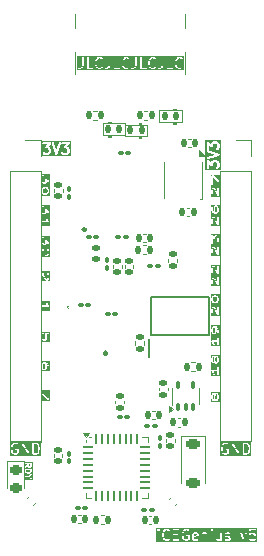
<source format=gbr>
%TF.GenerationSoftware,KiCad,Pcbnew,8.0.4*%
%TF.CreationDate,2024-08-26T12:07:15-05:00*%
%TF.ProjectId,iCEGenius,69434547-656e-4697-9573-2e6b69636164,rev?*%
%TF.SameCoordinates,Original*%
%TF.FileFunction,Legend,Top*%
%TF.FilePolarity,Positive*%
%FSLAX46Y46*%
G04 Gerber Fmt 4.6, Leading zero omitted, Abs format (unit mm)*
G04 Created by KiCad (PCBNEW 8.0.4) date 2024-08-26 12:07:15*
%MOMM*%
%LPD*%
G01*
G04 APERTURE LIST*
G04 Aperture macros list*
%AMRoundRect*
0 Rectangle with rounded corners*
0 $1 Rounding radius*
0 $2 $3 $4 $5 $6 $7 $8 $9 X,Y pos of 4 corners*
0 Add a 4 corners polygon primitive as box body*
4,1,4,$2,$3,$4,$5,$6,$7,$8,$9,$2,$3,0*
0 Add four circle primitives for the rounded corners*
1,1,$1+$1,$2,$3*
1,1,$1+$1,$4,$5*
1,1,$1+$1,$6,$7*
1,1,$1+$1,$8,$9*
0 Add four rect primitives between the rounded corners*
20,1,$1+$1,$2,$3,$4,$5,0*
20,1,$1+$1,$4,$5,$6,$7,0*
20,1,$1+$1,$6,$7,$8,$9,0*
20,1,$1+$1,$8,$9,$2,$3,0*%
G04 Aperture macros list end*
%ADD10C,0.125000*%
%ADD11C,0.200000*%
%ADD12C,0.120000*%
%ADD13C,0.100000*%
%ADD14C,0.250000*%
%ADD15RoundRect,0.140000X-0.140000X-0.170000X0.140000X-0.170000X0.140000X0.170000X-0.140000X0.170000X0*%
%ADD16RoundRect,0.100000X0.100000X-0.130000X0.100000X0.130000X-0.100000X0.130000X-0.100000X-0.130000X0*%
%ADD17R,1.200000X1.400000*%
%ADD18R,0.200000X0.650000*%
%ADD19R,0.850000X1.050000*%
%ADD20R,3.100000X3.100000*%
%ADD21RoundRect,0.062500X-0.062500X-0.375000X0.062500X-0.375000X0.062500X0.375000X-0.062500X0.375000X0*%
%ADD22RoundRect,0.062500X-0.375000X-0.062500X0.375000X-0.062500X0.375000X0.062500X-0.375000X0.062500X0*%
%ADD23R,0.700000X1.525000*%
%ADD24R,0.300000X0.800000*%
%ADD25R,0.800000X0.300000*%
%ADD26R,3.750000X3.750000*%
%ADD27RoundRect,0.100000X0.100000X-0.225000X0.100000X0.225000X-0.100000X0.225000X-0.100000X-0.225000X0*%
%ADD28RoundRect,0.135000X-0.135000X-0.185000X0.135000X-0.185000X0.135000X0.185000X-0.135000X0.185000X0*%
%ADD29RoundRect,0.135000X0.035355X-0.226274X0.226274X-0.035355X-0.035355X0.226274X-0.226274X0.035355X0*%
%ADD30RoundRect,0.135000X0.185000X-0.135000X0.185000X0.135000X-0.185000X0.135000X-0.185000X-0.135000X0*%
%ADD31RoundRect,0.135000X0.135000X0.185000X-0.135000X0.185000X-0.135000X-0.185000X0.135000X-0.185000X0*%
%ADD32RoundRect,0.135000X-0.185000X0.135000X-0.185000X-0.135000X0.185000X-0.135000X0.185000X0.135000X0*%
%ADD33RoundRect,0.147500X0.172500X-0.147500X0.172500X0.147500X-0.172500X0.147500X-0.172500X-0.147500X0*%
%ADD34RoundRect,0.218750X-0.256250X0.218750X-0.256250X-0.218750X0.256250X-0.218750X0.256250X0.218750X0*%
%ADD35RoundRect,0.147500X-0.147500X-0.172500X0.147500X-0.172500X0.147500X0.172500X-0.147500X0.172500X0*%
%ADD36RoundRect,0.147500X0.147500X0.172500X-0.147500X0.172500X-0.147500X-0.172500X0.147500X-0.172500X0*%
%ADD37RoundRect,0.225000X-0.375000X0.225000X-0.375000X-0.225000X0.375000X-0.225000X0.375000X0.225000X0*%
%ADD38RoundRect,0.100000X0.130000X0.100000X-0.130000X0.100000X-0.130000X-0.100000X0.130000X-0.100000X0*%
%ADD39RoundRect,0.140000X0.021213X-0.219203X0.219203X-0.021213X-0.021213X0.219203X-0.219203X0.021213X0*%
%ADD40RoundRect,0.100000X-0.130000X-0.100000X0.130000X-0.100000X0.130000X0.100000X-0.130000X0.100000X0*%
%ADD41RoundRect,0.140000X0.170000X-0.140000X0.170000X0.140000X-0.170000X0.140000X-0.170000X-0.140000X0*%
%ADD42RoundRect,0.100000X-0.021213X-0.162635X0.162635X0.021213X0.021213X0.162635X-0.162635X-0.021213X0*%
%ADD43RoundRect,0.140000X0.140000X0.170000X-0.140000X0.170000X-0.140000X-0.170000X0.140000X-0.170000X0*%
%ADD44RoundRect,0.100000X-0.100000X0.130000X-0.100000X-0.130000X0.100000X-0.130000X0.100000X0.130000X0*%
%ADD45RoundRect,0.140000X-0.170000X0.140000X-0.170000X-0.140000X0.170000X-0.140000X0.170000X0.140000X0*%
%ADD46O,1.700000X1.700000*%
%ADD47R,1.700000X1.700000*%
%ADD48O,1.000000X1.800000*%
%ADD49O,1.000000X2.100000*%
%ADD50R,0.600000X1.150000*%
%ADD51R,0.300000X1.150000*%
%ADD52C,0.650000*%
%ADD53R,0.350000X0.650000*%
%ADD54R,2.400000X1.550000*%
G04 APERTURE END LIST*
D10*
G36*
X160523642Y-81295857D02*
G01*
X151499494Y-81295857D01*
X151499494Y-81109439D01*
X151599494Y-81109439D01*
X151599494Y-81157275D01*
X151633318Y-81191099D01*
X151657236Y-81195857D01*
X151740569Y-81195857D01*
X151750648Y-81193851D01*
X151760839Y-81192479D01*
X151885839Y-81149622D01*
X151888763Y-81147921D01*
X151890297Y-81147900D01*
X151898404Y-81142315D01*
X151906921Y-81137364D01*
X151907595Y-81135985D01*
X151910381Y-81134067D01*
X151993715Y-81048352D01*
X151995276Y-81045942D01*
X151996458Y-81045339D01*
X152001430Y-81036444D01*
X152006976Y-81027886D01*
X152006957Y-81026558D01*
X152008358Y-81024053D01*
X152050025Y-80895482D01*
X152051164Y-80885786D01*
X152053069Y-80876214D01*
X152053069Y-80233357D01*
X152344736Y-80233357D01*
X152344736Y-81133357D01*
X152349494Y-81157275D01*
X152383318Y-81191099D01*
X152407236Y-81195857D01*
X152823903Y-81195857D01*
X152847821Y-81191099D01*
X152881645Y-81157275D01*
X152881645Y-81109439D01*
X152847821Y-81075615D01*
X152823903Y-81070857D01*
X152469736Y-81070857D01*
X152469736Y-80619071D01*
X153011402Y-80619071D01*
X153011402Y-80747642D01*
X153012856Y-80754954D01*
X153013170Y-80762403D01*
X153054837Y-80933832D01*
X153057661Y-80939912D01*
X153059359Y-80946396D01*
X153101026Y-81032110D01*
X153107025Y-81040020D01*
X153112424Y-81048352D01*
X153195757Y-81134067D01*
X153198542Y-81135985D01*
X153199217Y-81137364D01*
X153207733Y-81142315D01*
X153215841Y-81147900D01*
X153217374Y-81147921D01*
X153220299Y-81149622D01*
X153345299Y-81192479D01*
X153355489Y-81193851D01*
X153365569Y-81195857D01*
X153448902Y-81195857D01*
X153458981Y-81193851D01*
X153469172Y-81192479D01*
X153594172Y-81149622D01*
X153597096Y-81147921D01*
X153598630Y-81147900D01*
X153606737Y-81142315D01*
X153615254Y-81137364D01*
X153615928Y-81135985D01*
X153618714Y-81134067D01*
X153642658Y-81109439D01*
X153849494Y-81109439D01*
X153849494Y-81157275D01*
X153883318Y-81191099D01*
X153907236Y-81195857D01*
X153990569Y-81195857D01*
X154000648Y-81193851D01*
X154010839Y-81192479D01*
X154135839Y-81149622D01*
X154138763Y-81147921D01*
X154140297Y-81147900D01*
X154148404Y-81142315D01*
X154156921Y-81137364D01*
X154157595Y-81135985D01*
X154160381Y-81134067D01*
X154243715Y-81048352D01*
X154245276Y-81045942D01*
X154246458Y-81045339D01*
X154251430Y-81036444D01*
X154256976Y-81027886D01*
X154256957Y-81026558D01*
X154258358Y-81024053D01*
X154300025Y-80895482D01*
X154301164Y-80885786D01*
X154303069Y-80876214D01*
X154303069Y-80233357D01*
X154594736Y-80233357D01*
X154594736Y-81133357D01*
X154599494Y-81157275D01*
X154633318Y-81191099D01*
X154657236Y-81195857D01*
X155073903Y-81195857D01*
X155097821Y-81191099D01*
X155131645Y-81157275D01*
X155131645Y-81109439D01*
X155097821Y-81075615D01*
X155073903Y-81070857D01*
X154719736Y-81070857D01*
X154719736Y-80619071D01*
X155261402Y-80619071D01*
X155261402Y-80747642D01*
X155262856Y-80754954D01*
X155263170Y-80762403D01*
X155304837Y-80933832D01*
X155307661Y-80939912D01*
X155309359Y-80946396D01*
X155351026Y-81032110D01*
X155357025Y-81040020D01*
X155362424Y-81048352D01*
X155445757Y-81134067D01*
X155448542Y-81135985D01*
X155449217Y-81137364D01*
X155457733Y-81142315D01*
X155465841Y-81147900D01*
X155467374Y-81147921D01*
X155470299Y-81149622D01*
X155595299Y-81192479D01*
X155605489Y-81193851D01*
X155615569Y-81195857D01*
X155698902Y-81195857D01*
X155708981Y-81193851D01*
X155719172Y-81192479D01*
X155844172Y-81149622D01*
X155847096Y-81147921D01*
X155848630Y-81147900D01*
X155856737Y-81142315D01*
X155865254Y-81137364D01*
X155865928Y-81135985D01*
X155868714Y-81134067D01*
X155892658Y-81109439D01*
X156099494Y-81109439D01*
X156099494Y-81157275D01*
X156133318Y-81191099D01*
X156157236Y-81195857D01*
X156240569Y-81195857D01*
X156250648Y-81193851D01*
X156260839Y-81192479D01*
X156385839Y-81149622D01*
X156388763Y-81147921D01*
X156390297Y-81147900D01*
X156398404Y-81142315D01*
X156406921Y-81137364D01*
X156407595Y-81135985D01*
X156410381Y-81134067D01*
X156493715Y-81048352D01*
X156495276Y-81045942D01*
X156496458Y-81045339D01*
X156501430Y-81036444D01*
X156506976Y-81027886D01*
X156506957Y-81026558D01*
X156508358Y-81024053D01*
X156550025Y-80895482D01*
X156551164Y-80885786D01*
X156553069Y-80876214D01*
X156553069Y-80233357D01*
X156844736Y-80233357D01*
X156844736Y-81133357D01*
X156849494Y-81157275D01*
X156883318Y-81191099D01*
X156907236Y-81195857D01*
X157323903Y-81195857D01*
X157347821Y-81191099D01*
X157381645Y-81157275D01*
X157381645Y-81109439D01*
X157347821Y-81075615D01*
X157323903Y-81070857D01*
X156969736Y-81070857D01*
X156969736Y-80619071D01*
X157511402Y-80619071D01*
X157511402Y-80747642D01*
X157512856Y-80754954D01*
X157513170Y-80762403D01*
X157554837Y-80933832D01*
X157557661Y-80939912D01*
X157559359Y-80946396D01*
X157601026Y-81032110D01*
X157607025Y-81040020D01*
X157612424Y-81048352D01*
X157695757Y-81134067D01*
X157698542Y-81135985D01*
X157699217Y-81137364D01*
X157707733Y-81142315D01*
X157715841Y-81147900D01*
X157717374Y-81147921D01*
X157720299Y-81149622D01*
X157845299Y-81192479D01*
X157855489Y-81193851D01*
X157865569Y-81195857D01*
X157948902Y-81195857D01*
X157958981Y-81193851D01*
X157969172Y-81192479D01*
X158094172Y-81149622D01*
X158097096Y-81147921D01*
X158098630Y-81147900D01*
X158106737Y-81142315D01*
X158115254Y-81137364D01*
X158115928Y-81135985D01*
X158118714Y-81134067D01*
X158142658Y-81109439D01*
X158349494Y-81109439D01*
X158349494Y-81157275D01*
X158383318Y-81191099D01*
X158407236Y-81195857D01*
X158490569Y-81195857D01*
X158500648Y-81193851D01*
X158510839Y-81192479D01*
X158635839Y-81149622D01*
X158638763Y-81147921D01*
X158640297Y-81147900D01*
X158648404Y-81142315D01*
X158656921Y-81137364D01*
X158657595Y-81135985D01*
X158660381Y-81134067D01*
X158743715Y-81048352D01*
X158745276Y-81045942D01*
X158746458Y-81045339D01*
X158751430Y-81036444D01*
X158756976Y-81027886D01*
X158756957Y-81026558D01*
X158758358Y-81024053D01*
X158800025Y-80895482D01*
X158801164Y-80885786D01*
X158803069Y-80876214D01*
X158803069Y-80233357D01*
X159094736Y-80233357D01*
X159094736Y-81133357D01*
X159099494Y-81157275D01*
X159133318Y-81191099D01*
X159157236Y-81195857D01*
X159573903Y-81195857D01*
X159597821Y-81191099D01*
X159631645Y-81157275D01*
X159631645Y-81109439D01*
X159597821Y-81075615D01*
X159573903Y-81070857D01*
X159219736Y-81070857D01*
X159219736Y-80619071D01*
X159761402Y-80619071D01*
X159761402Y-80747642D01*
X159762856Y-80754954D01*
X159763170Y-80762403D01*
X159804837Y-80933832D01*
X159807661Y-80939912D01*
X159809359Y-80946396D01*
X159851026Y-81032110D01*
X159857025Y-81040020D01*
X159862424Y-81048352D01*
X159945757Y-81134067D01*
X159948542Y-81135985D01*
X159949217Y-81137364D01*
X159957733Y-81142315D01*
X159965841Y-81147900D01*
X159967374Y-81147921D01*
X159970299Y-81149622D01*
X160095299Y-81192479D01*
X160105489Y-81193851D01*
X160115569Y-81195857D01*
X160198902Y-81195857D01*
X160208981Y-81193851D01*
X160219172Y-81192479D01*
X160344172Y-81149622D01*
X160347096Y-81147921D01*
X160348630Y-81147900D01*
X160356737Y-81142315D01*
X160365254Y-81137364D01*
X160365928Y-81135985D01*
X160368714Y-81134067D01*
X160410381Y-81091209D01*
X160423642Y-81070743D01*
X160422969Y-81022914D01*
X160388670Y-80989569D01*
X160340841Y-80990242D01*
X160320756Y-81004075D01*
X160289502Y-81036222D01*
X160188485Y-81070857D01*
X160125986Y-81070857D01*
X160024969Y-81036222D01*
X159959053Y-80968423D01*
X159924715Y-80897786D01*
X159886402Y-80740155D01*
X159886402Y-80626557D01*
X159924715Y-80468926D01*
X159959053Y-80398289D01*
X160024967Y-80330491D01*
X160125986Y-80295857D01*
X160188485Y-80295857D01*
X160289502Y-80330491D01*
X160320757Y-80362638D01*
X160340841Y-80376471D01*
X160388671Y-80377144D01*
X160422969Y-80343798D01*
X160423642Y-80295969D01*
X160410381Y-80275503D01*
X160368714Y-80232646D01*
X160365927Y-80230727D01*
X160365254Y-80229350D01*
X160356741Y-80224400D01*
X160348630Y-80218814D01*
X160347096Y-80218792D01*
X160344172Y-80217092D01*
X160219172Y-80174235D01*
X160208981Y-80172862D01*
X160198902Y-80170857D01*
X160115569Y-80170857D01*
X160105489Y-80172862D01*
X160095299Y-80174235D01*
X159970299Y-80217092D01*
X159967374Y-80218792D01*
X159965841Y-80218814D01*
X159957733Y-80224398D01*
X159949217Y-80229350D01*
X159948542Y-80230728D01*
X159945757Y-80232647D01*
X159862424Y-80318361D01*
X159857026Y-80326690D01*
X159851026Y-80334603D01*
X159809359Y-80420317D01*
X159807661Y-80426800D01*
X159804837Y-80432881D01*
X159763170Y-80604310D01*
X159762856Y-80611758D01*
X159761402Y-80619071D01*
X159219736Y-80619071D01*
X159219736Y-80233357D01*
X159214978Y-80209439D01*
X159181154Y-80175615D01*
X159133318Y-80175615D01*
X159099494Y-80209439D01*
X159094736Y-80233357D01*
X158803069Y-80233357D01*
X158798311Y-80209439D01*
X158764487Y-80175615D01*
X158716651Y-80175615D01*
X158682827Y-80209439D01*
X158678069Y-80233357D01*
X158678069Y-80866338D01*
X158643936Y-80971662D01*
X158581170Y-81036222D01*
X158480152Y-81070857D01*
X158407236Y-81070857D01*
X158383318Y-81075615D01*
X158349494Y-81109439D01*
X158142658Y-81109439D01*
X158160381Y-81091209D01*
X158173642Y-81070743D01*
X158172969Y-81022914D01*
X158138670Y-80989569D01*
X158090841Y-80990242D01*
X158070756Y-81004075D01*
X158039502Y-81036222D01*
X157938485Y-81070857D01*
X157875986Y-81070857D01*
X157774969Y-81036222D01*
X157709053Y-80968423D01*
X157674715Y-80897786D01*
X157636402Y-80740155D01*
X157636402Y-80626557D01*
X157674715Y-80468926D01*
X157709053Y-80398289D01*
X157774967Y-80330491D01*
X157875986Y-80295857D01*
X157938485Y-80295857D01*
X158039502Y-80330491D01*
X158070757Y-80362638D01*
X158090841Y-80376471D01*
X158138671Y-80377144D01*
X158172969Y-80343798D01*
X158173642Y-80295969D01*
X158160381Y-80275503D01*
X158118714Y-80232646D01*
X158115927Y-80230727D01*
X158115254Y-80229350D01*
X158106741Y-80224400D01*
X158098630Y-80218814D01*
X158097096Y-80218792D01*
X158094172Y-80217092D01*
X157969172Y-80174235D01*
X157958981Y-80172862D01*
X157948902Y-80170857D01*
X157865569Y-80170857D01*
X157855489Y-80172862D01*
X157845299Y-80174235D01*
X157720299Y-80217092D01*
X157717374Y-80218792D01*
X157715841Y-80218814D01*
X157707733Y-80224398D01*
X157699217Y-80229350D01*
X157698542Y-80230728D01*
X157695757Y-80232647D01*
X157612424Y-80318361D01*
X157607026Y-80326690D01*
X157601026Y-80334603D01*
X157559359Y-80420317D01*
X157557661Y-80426800D01*
X157554837Y-80432881D01*
X157513170Y-80604310D01*
X157512856Y-80611758D01*
X157511402Y-80619071D01*
X156969736Y-80619071D01*
X156969736Y-80233357D01*
X156964978Y-80209439D01*
X156931154Y-80175615D01*
X156883318Y-80175615D01*
X156849494Y-80209439D01*
X156844736Y-80233357D01*
X156553069Y-80233357D01*
X156548311Y-80209439D01*
X156514487Y-80175615D01*
X156466651Y-80175615D01*
X156432827Y-80209439D01*
X156428069Y-80233357D01*
X156428069Y-80866338D01*
X156393936Y-80971662D01*
X156331170Y-81036222D01*
X156230152Y-81070857D01*
X156157236Y-81070857D01*
X156133318Y-81075615D01*
X156099494Y-81109439D01*
X155892658Y-81109439D01*
X155910381Y-81091209D01*
X155923642Y-81070743D01*
X155922969Y-81022914D01*
X155888670Y-80989569D01*
X155840841Y-80990242D01*
X155820756Y-81004075D01*
X155789502Y-81036222D01*
X155688485Y-81070857D01*
X155625986Y-81070857D01*
X155524969Y-81036222D01*
X155459053Y-80968423D01*
X155424715Y-80897786D01*
X155386402Y-80740155D01*
X155386402Y-80626557D01*
X155424715Y-80468926D01*
X155459053Y-80398289D01*
X155524967Y-80330491D01*
X155625986Y-80295857D01*
X155688485Y-80295857D01*
X155789502Y-80330491D01*
X155820757Y-80362638D01*
X155840841Y-80376471D01*
X155888671Y-80377144D01*
X155922969Y-80343798D01*
X155923642Y-80295969D01*
X155910381Y-80275503D01*
X155868714Y-80232646D01*
X155865927Y-80230727D01*
X155865254Y-80229350D01*
X155856741Y-80224400D01*
X155848630Y-80218814D01*
X155847096Y-80218792D01*
X155844172Y-80217092D01*
X155719172Y-80174235D01*
X155708981Y-80172862D01*
X155698902Y-80170857D01*
X155615569Y-80170857D01*
X155605489Y-80172862D01*
X155595299Y-80174235D01*
X155470299Y-80217092D01*
X155467374Y-80218792D01*
X155465841Y-80218814D01*
X155457733Y-80224398D01*
X155449217Y-80229350D01*
X155448542Y-80230728D01*
X155445757Y-80232647D01*
X155362424Y-80318361D01*
X155357026Y-80326690D01*
X155351026Y-80334603D01*
X155309359Y-80420317D01*
X155307661Y-80426800D01*
X155304837Y-80432881D01*
X155263170Y-80604310D01*
X155262856Y-80611758D01*
X155261402Y-80619071D01*
X154719736Y-80619071D01*
X154719736Y-80233357D01*
X154714978Y-80209439D01*
X154681154Y-80175615D01*
X154633318Y-80175615D01*
X154599494Y-80209439D01*
X154594736Y-80233357D01*
X154303069Y-80233357D01*
X154298311Y-80209439D01*
X154264487Y-80175615D01*
X154216651Y-80175615D01*
X154182827Y-80209439D01*
X154178069Y-80233357D01*
X154178069Y-80866338D01*
X154143936Y-80971662D01*
X154081170Y-81036222D01*
X153980152Y-81070857D01*
X153907236Y-81070857D01*
X153883318Y-81075615D01*
X153849494Y-81109439D01*
X153642658Y-81109439D01*
X153660381Y-81091209D01*
X153673642Y-81070743D01*
X153672969Y-81022914D01*
X153638670Y-80989569D01*
X153590841Y-80990242D01*
X153570756Y-81004075D01*
X153539502Y-81036222D01*
X153438485Y-81070857D01*
X153375986Y-81070857D01*
X153274969Y-81036222D01*
X153209053Y-80968423D01*
X153174715Y-80897786D01*
X153136402Y-80740155D01*
X153136402Y-80626557D01*
X153174715Y-80468926D01*
X153209053Y-80398289D01*
X153274967Y-80330491D01*
X153375986Y-80295857D01*
X153438485Y-80295857D01*
X153539502Y-80330491D01*
X153570757Y-80362638D01*
X153590841Y-80376471D01*
X153638671Y-80377144D01*
X153672969Y-80343798D01*
X153673642Y-80295969D01*
X153660381Y-80275503D01*
X153618714Y-80232646D01*
X153615927Y-80230727D01*
X153615254Y-80229350D01*
X153606741Y-80224400D01*
X153598630Y-80218814D01*
X153597096Y-80218792D01*
X153594172Y-80217092D01*
X153469172Y-80174235D01*
X153458981Y-80172862D01*
X153448902Y-80170857D01*
X153365569Y-80170857D01*
X153355489Y-80172862D01*
X153345299Y-80174235D01*
X153220299Y-80217092D01*
X153217374Y-80218792D01*
X153215841Y-80218814D01*
X153207733Y-80224398D01*
X153199217Y-80229350D01*
X153198542Y-80230728D01*
X153195757Y-80232647D01*
X153112424Y-80318361D01*
X153107026Y-80326690D01*
X153101026Y-80334603D01*
X153059359Y-80420317D01*
X153057661Y-80426800D01*
X153054837Y-80432881D01*
X153013170Y-80604310D01*
X153012856Y-80611758D01*
X153011402Y-80619071D01*
X152469736Y-80619071D01*
X152469736Y-80233357D01*
X152464978Y-80209439D01*
X152431154Y-80175615D01*
X152383318Y-80175615D01*
X152349494Y-80209439D01*
X152344736Y-80233357D01*
X152053069Y-80233357D01*
X152048311Y-80209439D01*
X152014487Y-80175615D01*
X151966651Y-80175615D01*
X151932827Y-80209439D01*
X151928069Y-80233357D01*
X151928069Y-80866338D01*
X151893936Y-80971662D01*
X151831170Y-81036222D01*
X151730152Y-81070857D01*
X151657236Y-81070857D01*
X151633318Y-81075615D01*
X151599494Y-81109439D01*
X151499494Y-81109439D01*
X151499494Y-80070857D01*
X160523642Y-80070857D01*
X160523642Y-81295857D01*
G37*
G36*
X161635131Y-120572269D02*
G01*
X161661403Y-120626313D01*
X161661403Y-120646690D01*
X161369736Y-120706690D01*
X161369736Y-120626313D01*
X161396008Y-120572269D01*
X161447365Y-120545857D01*
X161583774Y-120545857D01*
X161635131Y-120572269D01*
G37*
G36*
X166761404Y-121245857D02*
G01*
X158190829Y-121245857D01*
X158190829Y-120483357D01*
X158328069Y-120483357D01*
X158328069Y-121083357D01*
X158332827Y-121107275D01*
X158366651Y-121141099D01*
X158414487Y-121141099D01*
X158448311Y-121107275D01*
X158453069Y-121083357D01*
X158453069Y-120569071D01*
X158703069Y-120569071D01*
X158703069Y-120697642D01*
X158704523Y-120704954D01*
X158704837Y-120712403D01*
X158746504Y-120883832D01*
X158749328Y-120889912D01*
X158751026Y-120896396D01*
X158792693Y-120982110D01*
X158798692Y-120990020D01*
X158804091Y-120998352D01*
X158887424Y-121084067D01*
X158890209Y-121085985D01*
X158890884Y-121087364D01*
X158899400Y-121092315D01*
X158907508Y-121097900D01*
X158909041Y-121097921D01*
X158911966Y-121099622D01*
X159036966Y-121142479D01*
X159047156Y-121143851D01*
X159057236Y-121145857D01*
X159140569Y-121145857D01*
X159150648Y-121143851D01*
X159160839Y-121142479D01*
X159285839Y-121099622D01*
X159288763Y-121097921D01*
X159290297Y-121097900D01*
X159298404Y-121092315D01*
X159306921Y-121087364D01*
X159307595Y-121085985D01*
X159310381Y-121084067D01*
X159352048Y-121041209D01*
X159365309Y-121020743D01*
X159364636Y-120972914D01*
X159330337Y-120939569D01*
X159282508Y-120940242D01*
X159262423Y-120954075D01*
X159231169Y-120986222D01*
X159130152Y-121020857D01*
X159067653Y-121020857D01*
X158966636Y-120986222D01*
X158900720Y-120918423D01*
X158866382Y-120847786D01*
X158828069Y-120690155D01*
X158828069Y-120576557D01*
X158866382Y-120418926D01*
X158900720Y-120348289D01*
X158966634Y-120280491D01*
X159067653Y-120245857D01*
X159130152Y-120245857D01*
X159231169Y-120280491D01*
X159262424Y-120312638D01*
X159282508Y-120326471D01*
X159330338Y-120327144D01*
X159364636Y-120293798D01*
X159365309Y-120245969D01*
X159352048Y-120225503D01*
X159311072Y-120183357D01*
X159619736Y-120183357D01*
X159619736Y-121083357D01*
X159624494Y-121107275D01*
X159658318Y-121141099D01*
X159682236Y-121145857D01*
X160098903Y-121145857D01*
X160122821Y-121141099D01*
X160156645Y-121107275D01*
X160156645Y-121059439D01*
X160122821Y-121025615D01*
X160098903Y-121020857D01*
X159744736Y-121020857D01*
X159744736Y-120674428D01*
X159973903Y-120674428D01*
X159997821Y-120669670D01*
X160031645Y-120635846D01*
X160031645Y-120588010D01*
X160012706Y-120569071D01*
X160369736Y-120569071D01*
X160369736Y-120697642D01*
X160371190Y-120704954D01*
X160371504Y-120712403D01*
X160413171Y-120883832D01*
X160415995Y-120889912D01*
X160417693Y-120896396D01*
X160459360Y-120982110D01*
X160465359Y-120990020D01*
X160470758Y-120998352D01*
X160554091Y-121084067D01*
X160556876Y-121085985D01*
X160557551Y-121087364D01*
X160566067Y-121092315D01*
X160574175Y-121097900D01*
X160575708Y-121097921D01*
X160578633Y-121099622D01*
X160703633Y-121142479D01*
X160713823Y-121143851D01*
X160723903Y-121145857D01*
X160807236Y-121145857D01*
X160817315Y-121143851D01*
X160827506Y-121142479D01*
X160952506Y-121099622D01*
X160955430Y-121097921D01*
X160956964Y-121097900D01*
X160965071Y-121092315D01*
X160973588Y-121087364D01*
X160974262Y-121085985D01*
X160977048Y-121084067D01*
X161018715Y-121041209D01*
X161031081Y-121022123D01*
X161031645Y-121021560D01*
X161031732Y-121021118D01*
X161031976Y-121020743D01*
X161031964Y-121019952D01*
X161036403Y-120997642D01*
X161036403Y-120697642D01*
X161031645Y-120673724D01*
X160997821Y-120639900D01*
X160973903Y-120635142D01*
X160807236Y-120635142D01*
X160783318Y-120639900D01*
X160749494Y-120673724D01*
X160749494Y-120721560D01*
X160783318Y-120755384D01*
X160807236Y-120760142D01*
X160911403Y-120760142D01*
X160911403Y-120972267D01*
X160897836Y-120986222D01*
X160796819Y-121020857D01*
X160734320Y-121020857D01*
X160633303Y-120986222D01*
X160567387Y-120918423D01*
X160533049Y-120847786D01*
X160494736Y-120690155D01*
X160494736Y-120611928D01*
X161244736Y-120611928D01*
X161244736Y-120954785D01*
X161245248Y-120957360D01*
X161244848Y-120958518D01*
X161247471Y-120968537D01*
X161249494Y-120978703D01*
X161250360Y-120979569D01*
X161251026Y-120982110D01*
X161292693Y-121067825D01*
X161300205Y-121077730D01*
X161301225Y-121080910D01*
X161304725Y-121083691D01*
X161307429Y-121087256D01*
X161310586Y-121088347D01*
X161320319Y-121096080D01*
X161403652Y-121138938D01*
X161407160Y-121139941D01*
X161408318Y-121141099D01*
X161417800Y-121142985D01*
X161427098Y-121145645D01*
X161428656Y-121145144D01*
X161432236Y-121145857D01*
X161598903Y-121145857D01*
X161602482Y-121145144D01*
X161604041Y-121145645D01*
X161613333Y-121142986D01*
X161622821Y-121141099D01*
X161623979Y-121139940D01*
X161627487Y-121138937D01*
X161710821Y-121096080D01*
X161729915Y-121080910D01*
X161744524Y-121035362D01*
X161722647Y-120992822D01*
X161677098Y-120978212D01*
X161653652Y-120984919D01*
X161583774Y-121020857D01*
X161447365Y-121020857D01*
X161396008Y-120994445D01*
X161369736Y-120940399D01*
X161369736Y-120834308D01*
X161736496Y-120758860D01*
X161744735Y-120755384D01*
X161747821Y-120755384D01*
X161750073Y-120753131D01*
X161758965Y-120749380D01*
X161768888Y-120734316D01*
X161781645Y-120721560D01*
X161783527Y-120712094D01*
X161785280Y-120709435D01*
X161784658Y-120706412D01*
X161786403Y-120697642D01*
X161786403Y-120611928D01*
X161785890Y-120609352D01*
X161786291Y-120608194D01*
X161783666Y-120598173D01*
X161781645Y-120588010D01*
X161780778Y-120587143D01*
X161780113Y-120584603D01*
X161738446Y-120498889D01*
X161730935Y-120488985D01*
X161729915Y-120485804D01*
X161726836Y-120483357D01*
X162036403Y-120483357D01*
X162036403Y-121083357D01*
X162041161Y-121107275D01*
X162074985Y-121141099D01*
X162122821Y-121141099D01*
X162156645Y-121107275D01*
X162161403Y-121083357D01*
X162161403Y-120594445D01*
X162178253Y-120577114D01*
X162239032Y-120545857D01*
X162333774Y-120545857D01*
X162385131Y-120572269D01*
X162411403Y-120626313D01*
X162411403Y-121083357D01*
X162416161Y-121107275D01*
X162449985Y-121141099D01*
X162497821Y-121141099D01*
X162531645Y-121107275D01*
X162536403Y-121083357D01*
X162536403Y-120611928D01*
X162535890Y-120609352D01*
X162536291Y-120608194D01*
X162533666Y-120598173D01*
X162531645Y-120588010D01*
X162530778Y-120587143D01*
X162530113Y-120584603D01*
X162488446Y-120498889D01*
X162480935Y-120488985D01*
X162479915Y-120485804D01*
X162476836Y-120483357D01*
X162828070Y-120483357D01*
X162828070Y-121083357D01*
X162832828Y-121107275D01*
X162866652Y-121141099D01*
X162914488Y-121141099D01*
X162948312Y-121107275D01*
X162953070Y-121083357D01*
X162953070Y-120483357D01*
X163244737Y-120483357D01*
X163244737Y-120954785D01*
X163245249Y-120957360D01*
X163244849Y-120958518D01*
X163247472Y-120968537D01*
X163249495Y-120978703D01*
X163250361Y-120979569D01*
X163251027Y-120982110D01*
X163292694Y-121067825D01*
X163300206Y-121077730D01*
X163301226Y-121080910D01*
X163304726Y-121083691D01*
X163307430Y-121087256D01*
X163310587Y-121088347D01*
X163320320Y-121096080D01*
X163403653Y-121138938D01*
X163407161Y-121139941D01*
X163408319Y-121141099D01*
X163417801Y-121142985D01*
X163427099Y-121145645D01*
X163428657Y-121145144D01*
X163432237Y-121145857D01*
X163557237Y-121145857D01*
X163560816Y-121145144D01*
X163562375Y-121145645D01*
X163571667Y-121142986D01*
X163581155Y-121141099D01*
X163582313Y-121139940D01*
X163585821Y-121138937D01*
X163632269Y-121115049D01*
X163658319Y-121141099D01*
X163706155Y-121141099D01*
X163739979Y-121107275D01*
X163744737Y-121083357D01*
X163744737Y-120611928D01*
X163994737Y-120611928D01*
X163994737Y-120654785D01*
X163995249Y-120657360D01*
X163994849Y-120658518D01*
X163997472Y-120668537D01*
X163999495Y-120678703D01*
X164000361Y-120679569D01*
X164001027Y-120682110D01*
X164042694Y-120767825D01*
X164050206Y-120777730D01*
X164051226Y-120780910D01*
X164054726Y-120783691D01*
X164057430Y-120787256D01*
X164060587Y-120788347D01*
X164070320Y-120796080D01*
X164153653Y-120838938D01*
X164157161Y-120839941D01*
X164158319Y-120841099D01*
X164167801Y-120842985D01*
X164177099Y-120845645D01*
X164178657Y-120845144D01*
X164182237Y-120845857D01*
X164292107Y-120845857D01*
X164343465Y-120872268D01*
X164369737Y-120926314D01*
X164369737Y-120940398D01*
X164343464Y-120994445D01*
X164292107Y-121020857D01*
X164155701Y-121020857D01*
X164085821Y-120984919D01*
X164062375Y-120978212D01*
X164016826Y-120992822D01*
X163994949Y-121035362D01*
X164009559Y-121080911D01*
X164028653Y-121096081D01*
X164111987Y-121138937D01*
X164115494Y-121139940D01*
X164116653Y-121141099D01*
X164126140Y-121142986D01*
X164135433Y-121145645D01*
X164136991Y-121145144D01*
X164140571Y-121145857D01*
X164307237Y-121145857D01*
X164310816Y-121145144D01*
X164312375Y-121145645D01*
X164321672Y-121142985D01*
X164331155Y-121141099D01*
X164332312Y-121139941D01*
X164335821Y-121138938D01*
X164419155Y-121096081D01*
X164428890Y-121088346D01*
X164432046Y-121087255D01*
X164434747Y-121083693D01*
X164438249Y-121080911D01*
X164439269Y-121077730D01*
X164446782Y-121067824D01*
X164488448Y-120982109D01*
X164489113Y-120979568D01*
X164489979Y-120978703D01*
X164492000Y-120968542D01*
X164494625Y-120958518D01*
X164494224Y-120957360D01*
X164494737Y-120954785D01*
X164494737Y-120911928D01*
X164494224Y-120909352D01*
X164494625Y-120908195D01*
X164492001Y-120898175D01*
X164489979Y-120888010D01*
X164489112Y-120887143D01*
X164488447Y-120884603D01*
X164446782Y-120798890D01*
X164439269Y-120788983D01*
X164438249Y-120785803D01*
X164434747Y-120783020D01*
X164432046Y-120779459D01*
X164428890Y-120778367D01*
X164419155Y-120770633D01*
X164335821Y-120727776D01*
X164332312Y-120726772D01*
X164331155Y-120725615D01*
X164321672Y-120723728D01*
X164312375Y-120721069D01*
X164310816Y-120721569D01*
X164307237Y-120720857D01*
X164197366Y-120720857D01*
X164146009Y-120694445D01*
X164119737Y-120640399D01*
X164119737Y-120626313D01*
X164146009Y-120572269D01*
X164197366Y-120545857D01*
X164292107Y-120545857D01*
X164361987Y-120581794D01*
X164385433Y-120588502D01*
X164430981Y-120573892D01*
X164452859Y-120531352D01*
X164438249Y-120485803D01*
X164430570Y-120479702D01*
X165328178Y-120479702D01*
X165331529Y-120503858D01*
X165539862Y-121103858D01*
X165552202Y-121124892D01*
X165555682Y-121126578D01*
X165557369Y-121130059D01*
X165576764Y-121136793D01*
X165595249Y-121145750D01*
X165598904Y-121144480D01*
X165602559Y-121145750D01*
X165621043Y-121136793D01*
X165640439Y-121130059D01*
X165642125Y-121126578D01*
X165645606Y-121124892D01*
X165657946Y-121103858D01*
X165830855Y-120605880D01*
X166036697Y-120605880D01*
X166039119Y-120630146D01*
X166041452Y-120632981D01*
X166041504Y-120636656D01*
X166056352Y-120651091D01*
X166069511Y-120667085D01*
X166073168Y-120667440D01*
X166075802Y-120670001D01*
X166096511Y-120669709D01*
X166117122Y-120671713D01*
X166119957Y-120669379D01*
X166123632Y-120669328D01*
X166143716Y-120655496D01*
X166178254Y-120619971D01*
X166239033Y-120588714D01*
X166417109Y-120588714D01*
X166477889Y-120619973D01*
X166505419Y-120648289D01*
X166536404Y-120712028D01*
X166536404Y-120897541D01*
X166505420Y-120961279D01*
X166477890Y-120989597D01*
X166417109Y-121020857D01*
X166239033Y-121020857D01*
X166178252Y-120989598D01*
X166143716Y-120954075D01*
X166123632Y-120940242D01*
X166075803Y-120939568D01*
X166041504Y-120972914D01*
X166040830Y-121020743D01*
X166054092Y-121041209D01*
X166095758Y-121084067D01*
X166104085Y-121089802D01*
X166111987Y-121096080D01*
X166195320Y-121138938D01*
X166198828Y-121139941D01*
X166199986Y-121141099D01*
X166209468Y-121142985D01*
X166218766Y-121145645D01*
X166220324Y-121145144D01*
X166223904Y-121145857D01*
X166432238Y-121145857D01*
X166435817Y-121145144D01*
X166437376Y-121145645D01*
X166446668Y-121142986D01*
X166456156Y-121141099D01*
X166457314Y-121139940D01*
X166460822Y-121138937D01*
X166544156Y-121096080D01*
X166552067Y-121089794D01*
X166560383Y-121084067D01*
X166602050Y-121041209D01*
X166607444Y-121032883D01*
X166613449Y-121024966D01*
X166655114Y-120939253D01*
X166655779Y-120936712D01*
X166656646Y-120935846D01*
X166658668Y-120925680D01*
X166661292Y-120915661D01*
X166660891Y-120914503D01*
X166661404Y-120911928D01*
X166661404Y-120697642D01*
X166660891Y-120695066D01*
X166661292Y-120693909D01*
X166658668Y-120683889D01*
X166656646Y-120673724D01*
X166655779Y-120672857D01*
X166655114Y-120670317D01*
X166613449Y-120584604D01*
X166607448Y-120576692D01*
X166602050Y-120568360D01*
X166560383Y-120525503D01*
X166552062Y-120519772D01*
X166544156Y-120513491D01*
X166460822Y-120470634D01*
X166457314Y-120469630D01*
X166456156Y-120468472D01*
X166446668Y-120466584D01*
X166437376Y-120463926D01*
X166435817Y-120464426D01*
X166432238Y-120463714D01*
X166223904Y-120463714D01*
X166220324Y-120464426D01*
X166218766Y-120463926D01*
X166209468Y-120466585D01*
X166199986Y-120468472D01*
X166198828Y-120469629D01*
X166195320Y-120470633D01*
X166174389Y-120481397D01*
X166197290Y-120245857D01*
X166557238Y-120245857D01*
X166581156Y-120241099D01*
X166614980Y-120207275D01*
X166614980Y-120159439D01*
X166581156Y-120125615D01*
X166557238Y-120120857D01*
X166140571Y-120120857D01*
X166125426Y-120123869D01*
X166122353Y-120123571D01*
X166120894Y-120124771D01*
X166116653Y-120125615D01*
X166101725Y-120140542D01*
X166085414Y-120153963D01*
X166084163Y-120158104D01*
X166082829Y-120159439D01*
X166082829Y-120162523D01*
X166078364Y-120177309D01*
X166036697Y-120605880D01*
X165830855Y-120605880D01*
X165866279Y-120503858D01*
X165869630Y-120479702D01*
X165848772Y-120436655D01*
X165803582Y-120420964D01*
X165760535Y-120441822D01*
X165748195Y-120462856D01*
X165598904Y-120892814D01*
X165449613Y-120462856D01*
X165437273Y-120441822D01*
X165394226Y-120420964D01*
X165349036Y-120436655D01*
X165328178Y-120479702D01*
X164430570Y-120479702D01*
X164419155Y-120470633D01*
X164335821Y-120427776D01*
X164332312Y-120426772D01*
X164331155Y-120425615D01*
X164321672Y-120423728D01*
X164312375Y-120421069D01*
X164310816Y-120421569D01*
X164307237Y-120420857D01*
X164182237Y-120420857D01*
X164178657Y-120421569D01*
X164177099Y-120421069D01*
X164167801Y-120423728D01*
X164158319Y-120425615D01*
X164157161Y-120426772D01*
X164153653Y-120427776D01*
X164070320Y-120470634D01*
X164060587Y-120478366D01*
X164057430Y-120479458D01*
X164054726Y-120483022D01*
X164051226Y-120485804D01*
X164050206Y-120488983D01*
X164042694Y-120498889D01*
X164001027Y-120584603D01*
X164000361Y-120587143D01*
X163999495Y-120588010D01*
X163997473Y-120598173D01*
X163994849Y-120608194D01*
X163995249Y-120609352D01*
X163994737Y-120611928D01*
X163744737Y-120611928D01*
X163744737Y-120483357D01*
X163739979Y-120459439D01*
X163706155Y-120425615D01*
X163658319Y-120425615D01*
X163624495Y-120459439D01*
X163619737Y-120483357D01*
X163619737Y-120972267D01*
X163602889Y-120989597D01*
X163542108Y-121020857D01*
X163447366Y-121020857D01*
X163396009Y-120994445D01*
X163369737Y-120940399D01*
X163369737Y-120483357D01*
X163364979Y-120459439D01*
X163331155Y-120425615D01*
X163283319Y-120425615D01*
X163249495Y-120459439D01*
X163244737Y-120483357D01*
X162953070Y-120483357D01*
X162948312Y-120459439D01*
X162914488Y-120425615D01*
X162866652Y-120425615D01*
X162832828Y-120459439D01*
X162828070Y-120483357D01*
X162476836Y-120483357D01*
X162476412Y-120483020D01*
X162473710Y-120479458D01*
X162470553Y-120478366D01*
X162460821Y-120470634D01*
X162377487Y-120427777D01*
X162373979Y-120426773D01*
X162372821Y-120425615D01*
X162363333Y-120423727D01*
X162354041Y-120421069D01*
X162352482Y-120421569D01*
X162348903Y-120420857D01*
X162223903Y-120420857D01*
X162220323Y-120421569D01*
X162218765Y-120421069D01*
X162209467Y-120423728D01*
X162199985Y-120425615D01*
X162198827Y-120426772D01*
X162195319Y-120427776D01*
X162148870Y-120451664D01*
X162122821Y-120425615D01*
X162074985Y-120425615D01*
X162041161Y-120459439D01*
X162036403Y-120483357D01*
X161726836Y-120483357D01*
X161726412Y-120483020D01*
X161723710Y-120479458D01*
X161720553Y-120478366D01*
X161710821Y-120470634D01*
X161627487Y-120427777D01*
X161623979Y-120426773D01*
X161622821Y-120425615D01*
X161613333Y-120423727D01*
X161604041Y-120421069D01*
X161602482Y-120421569D01*
X161598903Y-120420857D01*
X161432236Y-120420857D01*
X161428656Y-120421569D01*
X161427098Y-120421069D01*
X161417800Y-120423728D01*
X161408318Y-120425615D01*
X161407160Y-120426772D01*
X161403652Y-120427776D01*
X161320319Y-120470634D01*
X161310586Y-120478366D01*
X161307429Y-120479458D01*
X161304725Y-120483022D01*
X161301225Y-120485804D01*
X161300205Y-120488983D01*
X161292693Y-120498889D01*
X161251026Y-120584603D01*
X161250360Y-120587143D01*
X161249494Y-120588010D01*
X161247472Y-120598173D01*
X161244848Y-120608194D01*
X161245248Y-120609352D01*
X161244736Y-120611928D01*
X160494736Y-120611928D01*
X160494736Y-120576557D01*
X160533049Y-120418926D01*
X160567387Y-120348289D01*
X160633301Y-120280491D01*
X160734320Y-120245857D01*
X160833774Y-120245857D01*
X160903652Y-120281795D01*
X160927098Y-120288502D01*
X160972647Y-120273892D01*
X160994524Y-120231352D01*
X160985466Y-120203112D01*
X162790830Y-120203112D01*
X162791155Y-120226214D01*
X162790830Y-120249316D01*
X162791494Y-120250341D01*
X162791503Y-120250942D01*
X162792531Y-120251941D01*
X162804091Y-120269782D01*
X162845758Y-120312638D01*
X162865842Y-120326471D01*
X162866316Y-120326477D01*
X162866652Y-120326813D01*
X162867128Y-120326813D01*
X162867468Y-120327144D01*
X162890570Y-120326818D01*
X162913672Y-120327144D01*
X162914012Y-120326813D01*
X162914488Y-120326813D01*
X162914823Y-120326477D01*
X162915298Y-120326471D01*
X162935382Y-120312639D01*
X162977049Y-120269782D01*
X162988610Y-120251939D01*
X162989637Y-120250941D01*
X162989645Y-120250341D01*
X162990310Y-120249316D01*
X162989984Y-120226214D01*
X162990310Y-120203112D01*
X162989645Y-120202086D01*
X162989637Y-120201487D01*
X162988610Y-120200488D01*
X162977049Y-120182646D01*
X162935382Y-120139789D01*
X162915298Y-120125957D01*
X162914823Y-120125950D01*
X162914488Y-120125615D01*
X162914012Y-120125615D01*
X162913672Y-120125284D01*
X162890570Y-120125609D01*
X162867468Y-120125284D01*
X162867128Y-120125615D01*
X162866652Y-120125615D01*
X162866316Y-120125950D01*
X162865842Y-120125957D01*
X162845758Y-120139790D01*
X162804091Y-120182646D01*
X162792531Y-120200486D01*
X162791503Y-120201486D01*
X162791494Y-120202086D01*
X162790830Y-120203112D01*
X160985466Y-120203112D01*
X160979915Y-120185804D01*
X160960821Y-120170634D01*
X160877487Y-120127777D01*
X160873979Y-120126773D01*
X160872821Y-120125615D01*
X160863333Y-120123727D01*
X160854041Y-120121069D01*
X160852482Y-120121569D01*
X160848903Y-120120857D01*
X160723903Y-120120857D01*
X160713823Y-120122862D01*
X160703633Y-120124235D01*
X160578633Y-120167092D01*
X160575708Y-120168792D01*
X160574175Y-120168814D01*
X160566067Y-120174398D01*
X160557551Y-120179350D01*
X160556876Y-120180728D01*
X160554091Y-120182647D01*
X160470758Y-120268361D01*
X160465360Y-120276690D01*
X160459360Y-120284603D01*
X160417693Y-120370317D01*
X160415995Y-120376800D01*
X160413171Y-120382881D01*
X160371504Y-120554310D01*
X160371190Y-120561758D01*
X160369736Y-120569071D01*
X160012706Y-120569071D01*
X159997821Y-120554186D01*
X159973903Y-120549428D01*
X159744736Y-120549428D01*
X159744736Y-120245857D01*
X160098903Y-120245857D01*
X160122821Y-120241099D01*
X160156645Y-120207275D01*
X160156645Y-120159439D01*
X160122821Y-120125615D01*
X160098903Y-120120857D01*
X159682236Y-120120857D01*
X159658318Y-120125615D01*
X159624494Y-120159439D01*
X159619736Y-120183357D01*
X159311072Y-120183357D01*
X159310381Y-120182646D01*
X159307594Y-120180727D01*
X159306921Y-120179350D01*
X159298408Y-120174400D01*
X159290297Y-120168814D01*
X159288763Y-120168792D01*
X159285839Y-120167092D01*
X159160839Y-120124235D01*
X159150648Y-120122862D01*
X159140569Y-120120857D01*
X159057236Y-120120857D01*
X159047156Y-120122862D01*
X159036966Y-120124235D01*
X158911966Y-120167092D01*
X158909041Y-120168792D01*
X158907508Y-120168814D01*
X158899400Y-120174398D01*
X158890884Y-120179350D01*
X158890209Y-120180728D01*
X158887424Y-120182647D01*
X158804091Y-120268361D01*
X158798693Y-120276690D01*
X158792693Y-120284603D01*
X158751026Y-120370317D01*
X158749328Y-120376800D01*
X158746504Y-120382881D01*
X158704837Y-120554310D01*
X158704523Y-120561758D01*
X158703069Y-120569071D01*
X158453069Y-120569071D01*
X158453069Y-120483357D01*
X158448311Y-120459439D01*
X158414487Y-120425615D01*
X158366651Y-120425615D01*
X158332827Y-120459439D01*
X158328069Y-120483357D01*
X158190829Y-120483357D01*
X158190829Y-120203112D01*
X158290829Y-120203112D01*
X158291154Y-120226214D01*
X158290829Y-120249316D01*
X158291493Y-120250341D01*
X158291502Y-120250942D01*
X158292530Y-120251941D01*
X158304090Y-120269782D01*
X158345757Y-120312638D01*
X158365841Y-120326471D01*
X158366315Y-120326477D01*
X158366651Y-120326813D01*
X158367127Y-120326813D01*
X158367467Y-120327144D01*
X158390569Y-120326818D01*
X158413671Y-120327144D01*
X158414011Y-120326813D01*
X158414487Y-120326813D01*
X158414822Y-120326477D01*
X158415297Y-120326471D01*
X158435381Y-120312639D01*
X158477048Y-120269782D01*
X158488609Y-120251939D01*
X158489636Y-120250941D01*
X158489644Y-120250341D01*
X158490309Y-120249316D01*
X158489983Y-120226214D01*
X158490309Y-120203112D01*
X158489644Y-120202086D01*
X158489636Y-120201487D01*
X158488609Y-120200488D01*
X158477048Y-120182646D01*
X158435381Y-120139789D01*
X158415297Y-120125957D01*
X158414822Y-120125950D01*
X158414487Y-120125615D01*
X158414011Y-120125615D01*
X158413671Y-120125284D01*
X158390569Y-120125609D01*
X158367467Y-120125284D01*
X158367127Y-120125615D01*
X158366651Y-120125615D01*
X158366315Y-120125950D01*
X158365841Y-120125957D01*
X158345757Y-120139790D01*
X158304090Y-120182646D01*
X158292530Y-120200486D01*
X158291502Y-120201486D01*
X158291493Y-120202086D01*
X158290829Y-120203112D01*
X158190829Y-120203112D01*
X158190829Y-120020857D01*
X166761404Y-120020857D01*
X166761404Y-121245857D01*
G37*
G36*
X148081169Y-112980491D02*
G01*
X148147085Y-113048290D01*
X148181422Y-113118928D01*
X148219736Y-113276557D01*
X148219736Y-113390155D01*
X148181422Y-113547784D01*
X148147085Y-113618422D01*
X148081170Y-113686222D01*
X147980152Y-113720857D01*
X147844736Y-113720857D01*
X147844736Y-112945857D01*
X147980152Y-112945857D01*
X148081169Y-112980491D01*
G37*
G36*
X148444736Y-113945857D02*
G01*
X145786402Y-113945857D01*
X145786402Y-113269071D01*
X145886402Y-113269071D01*
X145886402Y-113397642D01*
X145887856Y-113404954D01*
X145888170Y-113412403D01*
X145929837Y-113583832D01*
X145932661Y-113589912D01*
X145934359Y-113596396D01*
X145976026Y-113682110D01*
X145982025Y-113690020D01*
X145987424Y-113698352D01*
X146070757Y-113784067D01*
X146073542Y-113785985D01*
X146074217Y-113787364D01*
X146082733Y-113792315D01*
X146090841Y-113797900D01*
X146092374Y-113797921D01*
X146095299Y-113799622D01*
X146220299Y-113842479D01*
X146230489Y-113843851D01*
X146240569Y-113845857D01*
X146323902Y-113845857D01*
X146333981Y-113843851D01*
X146344172Y-113842479D01*
X146469172Y-113799622D01*
X146472096Y-113797921D01*
X146473630Y-113797900D01*
X146481737Y-113792315D01*
X146490254Y-113787364D01*
X146490928Y-113785985D01*
X146493714Y-113784067D01*
X146535381Y-113741209D01*
X146547747Y-113722123D01*
X146548311Y-113721560D01*
X146548398Y-113721118D01*
X146548642Y-113720743D01*
X146548630Y-113719952D01*
X146553069Y-113697642D01*
X146553069Y-113397642D01*
X146548311Y-113373724D01*
X146514487Y-113339900D01*
X146490569Y-113335142D01*
X146323902Y-113335142D01*
X146299984Y-113339900D01*
X146266160Y-113373724D01*
X146266160Y-113421560D01*
X146299984Y-113455384D01*
X146323902Y-113460142D01*
X146428069Y-113460142D01*
X146428069Y-113672267D01*
X146414502Y-113686222D01*
X146313485Y-113720857D01*
X146250986Y-113720857D01*
X146149969Y-113686222D01*
X146084053Y-113618423D01*
X146049715Y-113547786D01*
X146011402Y-113390155D01*
X146011402Y-113276557D01*
X146049715Y-113118926D01*
X146084053Y-113048289D01*
X146149967Y-112980491D01*
X146250986Y-112945857D01*
X146350440Y-112945857D01*
X146420318Y-112981795D01*
X146443764Y-112988502D01*
X146489313Y-112973892D01*
X146511190Y-112931352D01*
X146496581Y-112885804D01*
X146493501Y-112883357D01*
X146803069Y-112883357D01*
X146803069Y-113783357D01*
X146807827Y-113807275D01*
X146841651Y-113841099D01*
X146889487Y-113841099D01*
X146923311Y-113807275D01*
X146928069Y-113783357D01*
X146928069Y-113124553D01*
X147310934Y-113813710D01*
X147326709Y-113832307D01*
X147335318Y-113834766D01*
X147341651Y-113841099D01*
X147357481Y-113841099D01*
X147372703Y-113845448D01*
X147380531Y-113841099D01*
X147389487Y-113841099D01*
X147400681Y-113829904D01*
X147414519Y-113822217D01*
X147416978Y-113813607D01*
X147423311Y-113807275D01*
X147428069Y-113783357D01*
X147428069Y-112883357D01*
X147719736Y-112883357D01*
X147719736Y-113783357D01*
X147724494Y-113807275D01*
X147758318Y-113841099D01*
X147782236Y-113845857D01*
X147990569Y-113845857D01*
X148000648Y-113843851D01*
X148010839Y-113842479D01*
X148135839Y-113799622D01*
X148138763Y-113797921D01*
X148140297Y-113797900D01*
X148148404Y-113792315D01*
X148156921Y-113787364D01*
X148157595Y-113785985D01*
X148160381Y-113784067D01*
X148243716Y-113698352D01*
X148249116Y-113690017D01*
X148255114Y-113682109D01*
X148296779Y-113596396D01*
X148298476Y-113589912D01*
X148301301Y-113583832D01*
X148342968Y-113412403D01*
X148343281Y-113404954D01*
X148344736Y-113397642D01*
X148344736Y-113269071D01*
X148343281Y-113261758D01*
X148342968Y-113254310D01*
X148301301Y-113082881D01*
X148298476Y-113076800D01*
X148296779Y-113070317D01*
X148255114Y-112984604D01*
X148249113Y-112976692D01*
X148243715Y-112968360D01*
X148160381Y-112882646D01*
X148157594Y-112880727D01*
X148156921Y-112879350D01*
X148148408Y-112874400D01*
X148140297Y-112868814D01*
X148138763Y-112868792D01*
X148135839Y-112867092D01*
X148010839Y-112824235D01*
X148000648Y-112822862D01*
X147990569Y-112820857D01*
X147782236Y-112820857D01*
X147758318Y-112825615D01*
X147724494Y-112859439D01*
X147719736Y-112883357D01*
X147428069Y-112883357D01*
X147423311Y-112859439D01*
X147389487Y-112825615D01*
X147341651Y-112825615D01*
X147307827Y-112859439D01*
X147303069Y-112883357D01*
X147303069Y-113542161D01*
X146920204Y-112853004D01*
X146904429Y-112834407D01*
X146895819Y-112831947D01*
X146889487Y-112825615D01*
X146873657Y-112825615D01*
X146858435Y-112821266D01*
X146850607Y-112825615D01*
X146841651Y-112825615D01*
X146830456Y-112836809D01*
X146816619Y-112844497D01*
X146814159Y-112853106D01*
X146807827Y-112859439D01*
X146803069Y-112883357D01*
X146493501Y-112883357D01*
X146477487Y-112870634D01*
X146394153Y-112827777D01*
X146390645Y-112826773D01*
X146389487Y-112825615D01*
X146379999Y-112823727D01*
X146370707Y-112821069D01*
X146369148Y-112821569D01*
X146365569Y-112820857D01*
X146240569Y-112820857D01*
X146230489Y-112822862D01*
X146220299Y-112824235D01*
X146095299Y-112867092D01*
X146092374Y-112868792D01*
X146090841Y-112868814D01*
X146082733Y-112874398D01*
X146074217Y-112879350D01*
X146073542Y-112880728D01*
X146070757Y-112882647D01*
X145987424Y-112968361D01*
X145982026Y-112976690D01*
X145976026Y-112984603D01*
X145934359Y-113070317D01*
X145932661Y-113076800D01*
X145929837Y-113082881D01*
X145888170Y-113254310D01*
X145887856Y-113261758D01*
X145886402Y-113269071D01*
X145786402Y-113269071D01*
X145786402Y-112720857D01*
X148444736Y-112720857D01*
X148444736Y-113945857D01*
G37*
G36*
X165881169Y-112980491D02*
G01*
X165947085Y-113048290D01*
X165981422Y-113118928D01*
X166019736Y-113276557D01*
X166019736Y-113390155D01*
X165981422Y-113547784D01*
X165947085Y-113618422D01*
X165881170Y-113686222D01*
X165780152Y-113720857D01*
X165644736Y-113720857D01*
X165644736Y-112945857D01*
X165780152Y-112945857D01*
X165881169Y-112980491D01*
G37*
G36*
X166244736Y-113945857D02*
G01*
X163586402Y-113945857D01*
X163586402Y-113269071D01*
X163686402Y-113269071D01*
X163686402Y-113397642D01*
X163687856Y-113404954D01*
X163688170Y-113412403D01*
X163729837Y-113583832D01*
X163732661Y-113589912D01*
X163734359Y-113596396D01*
X163776026Y-113682110D01*
X163782025Y-113690020D01*
X163787424Y-113698352D01*
X163870757Y-113784067D01*
X163873542Y-113785985D01*
X163874217Y-113787364D01*
X163882733Y-113792315D01*
X163890841Y-113797900D01*
X163892374Y-113797921D01*
X163895299Y-113799622D01*
X164020299Y-113842479D01*
X164030489Y-113843851D01*
X164040569Y-113845857D01*
X164123902Y-113845857D01*
X164133981Y-113843851D01*
X164144172Y-113842479D01*
X164269172Y-113799622D01*
X164272096Y-113797921D01*
X164273630Y-113797900D01*
X164281737Y-113792315D01*
X164290254Y-113787364D01*
X164290928Y-113785985D01*
X164293714Y-113784067D01*
X164335381Y-113741209D01*
X164347747Y-113722123D01*
X164348311Y-113721560D01*
X164348398Y-113721118D01*
X164348642Y-113720743D01*
X164348630Y-113719952D01*
X164353069Y-113697642D01*
X164353069Y-113397642D01*
X164348311Y-113373724D01*
X164314487Y-113339900D01*
X164290569Y-113335142D01*
X164123902Y-113335142D01*
X164099984Y-113339900D01*
X164066160Y-113373724D01*
X164066160Y-113421560D01*
X164099984Y-113455384D01*
X164123902Y-113460142D01*
X164228069Y-113460142D01*
X164228069Y-113672267D01*
X164214502Y-113686222D01*
X164113485Y-113720857D01*
X164050986Y-113720857D01*
X163949969Y-113686222D01*
X163884053Y-113618423D01*
X163849715Y-113547786D01*
X163811402Y-113390155D01*
X163811402Y-113276557D01*
X163849715Y-113118926D01*
X163884053Y-113048289D01*
X163949967Y-112980491D01*
X164050986Y-112945857D01*
X164150440Y-112945857D01*
X164220318Y-112981795D01*
X164243764Y-112988502D01*
X164289313Y-112973892D01*
X164311190Y-112931352D01*
X164296581Y-112885804D01*
X164293501Y-112883357D01*
X164603069Y-112883357D01*
X164603069Y-113783357D01*
X164607827Y-113807275D01*
X164641651Y-113841099D01*
X164689487Y-113841099D01*
X164723311Y-113807275D01*
X164728069Y-113783357D01*
X164728069Y-113124553D01*
X165110934Y-113813710D01*
X165126709Y-113832307D01*
X165135318Y-113834766D01*
X165141651Y-113841099D01*
X165157481Y-113841099D01*
X165172703Y-113845448D01*
X165180531Y-113841099D01*
X165189487Y-113841099D01*
X165200681Y-113829904D01*
X165214519Y-113822217D01*
X165216978Y-113813607D01*
X165223311Y-113807275D01*
X165228069Y-113783357D01*
X165228069Y-112883357D01*
X165519736Y-112883357D01*
X165519736Y-113783357D01*
X165524494Y-113807275D01*
X165558318Y-113841099D01*
X165582236Y-113845857D01*
X165790569Y-113845857D01*
X165800648Y-113843851D01*
X165810839Y-113842479D01*
X165935839Y-113799622D01*
X165938763Y-113797921D01*
X165940297Y-113797900D01*
X165948404Y-113792315D01*
X165956921Y-113787364D01*
X165957595Y-113785985D01*
X165960381Y-113784067D01*
X166043716Y-113698352D01*
X166049116Y-113690017D01*
X166055114Y-113682109D01*
X166096779Y-113596396D01*
X166098476Y-113589912D01*
X166101301Y-113583832D01*
X166142968Y-113412403D01*
X166143281Y-113404954D01*
X166144736Y-113397642D01*
X166144736Y-113269071D01*
X166143281Y-113261758D01*
X166142968Y-113254310D01*
X166101301Y-113082881D01*
X166098476Y-113076800D01*
X166096779Y-113070317D01*
X166055114Y-112984604D01*
X166049113Y-112976692D01*
X166043715Y-112968360D01*
X165960381Y-112882646D01*
X165957594Y-112880727D01*
X165956921Y-112879350D01*
X165948408Y-112874400D01*
X165940297Y-112868814D01*
X165938763Y-112868792D01*
X165935839Y-112867092D01*
X165810839Y-112824235D01*
X165800648Y-112822862D01*
X165790569Y-112820857D01*
X165582236Y-112820857D01*
X165558318Y-112825615D01*
X165524494Y-112859439D01*
X165519736Y-112883357D01*
X165228069Y-112883357D01*
X165223311Y-112859439D01*
X165189487Y-112825615D01*
X165141651Y-112825615D01*
X165107827Y-112859439D01*
X165103069Y-112883357D01*
X165103069Y-113542161D01*
X164720204Y-112853004D01*
X164704429Y-112834407D01*
X164695819Y-112831947D01*
X164689487Y-112825615D01*
X164673657Y-112825615D01*
X164658435Y-112821266D01*
X164650607Y-112825615D01*
X164641651Y-112825615D01*
X164630456Y-112836809D01*
X164616619Y-112844497D01*
X164614159Y-112853106D01*
X164607827Y-112859439D01*
X164603069Y-112883357D01*
X164293501Y-112883357D01*
X164277487Y-112870634D01*
X164194153Y-112827777D01*
X164190645Y-112826773D01*
X164189487Y-112825615D01*
X164179999Y-112823727D01*
X164170707Y-112821069D01*
X164169148Y-112821569D01*
X164165569Y-112820857D01*
X164040569Y-112820857D01*
X164030489Y-112822862D01*
X164020299Y-112824235D01*
X163895299Y-112867092D01*
X163892374Y-112868792D01*
X163890841Y-112868814D01*
X163882733Y-112874398D01*
X163874217Y-112879350D01*
X163873542Y-112880728D01*
X163870757Y-112882647D01*
X163787424Y-112968361D01*
X163782026Y-112976690D01*
X163776026Y-112984603D01*
X163734359Y-113070317D01*
X163732661Y-113076800D01*
X163729837Y-113082881D01*
X163688170Y-113254310D01*
X163687856Y-113261758D01*
X163686402Y-113269071D01*
X163586402Y-113269071D01*
X163586402Y-112720857D01*
X166244736Y-112720857D01*
X166244736Y-113945857D01*
G37*
G36*
X163333325Y-108740501D02*
G01*
X163349529Y-108772909D01*
X163369809Y-108854028D01*
X163369809Y-109029117D01*
X163349529Y-109110236D01*
X163333325Y-109142644D01*
X163311183Y-109164787D01*
X163267721Y-109164787D01*
X163245580Y-109142646D01*
X163229374Y-109110236D01*
X163209095Y-109029117D01*
X163209095Y-108854028D01*
X163229374Y-108772909D01*
X163245580Y-108740499D01*
X163267721Y-108718359D01*
X163311183Y-108718359D01*
X163333325Y-108740501D01*
G37*
G36*
X163047609Y-108740499D02*
G01*
X163063814Y-108772909D01*
X163084095Y-108854030D01*
X163084095Y-109029115D01*
X163063814Y-109110236D01*
X163047609Y-109142646D01*
X163039452Y-109150804D01*
X163031295Y-109142647D01*
X163015089Y-109110235D01*
X162994809Y-109029115D01*
X162994809Y-108854030D01*
X163015089Y-108772910D01*
X163031295Y-108740499D01*
X163039452Y-108732342D01*
X163047609Y-108740499D01*
G37*
G36*
X163557309Y-109352287D02*
G01*
X162807309Y-109352287D01*
X162807309Y-108846335D01*
X162869809Y-108846335D01*
X162869809Y-109036811D01*
X162871302Y-109044320D01*
X162871675Y-109051970D01*
X162895485Y-109147208D01*
X162898409Y-109153397D01*
X162900217Y-109159999D01*
X162924026Y-109207618D01*
X162930169Y-109215533D01*
X162935734Y-109223862D01*
X162983353Y-109271481D01*
X163003626Y-109285026D01*
X163003629Y-109285029D01*
X163027547Y-109289787D01*
X163051357Y-109289787D01*
X163075275Y-109285029D01*
X163075277Y-109285026D01*
X163095551Y-109271481D01*
X163143170Y-109223862D01*
X163146595Y-109218735D01*
X163150020Y-109223862D01*
X163197639Y-109271481D01*
X163217912Y-109285026D01*
X163217915Y-109285029D01*
X163241833Y-109289787D01*
X163337071Y-109289787D01*
X163360989Y-109285029D01*
X163360991Y-109285026D01*
X163381265Y-109271481D01*
X163428884Y-109223862D01*
X163434450Y-109215530D01*
X163440591Y-109207619D01*
X163464402Y-109160000D01*
X163466210Y-109153395D01*
X163469134Y-109147207D01*
X163492943Y-109051969D01*
X163493315Y-109044320D01*
X163494809Y-109036811D01*
X163494809Y-108846335D01*
X163493315Y-108838825D01*
X163492943Y-108831177D01*
X163469134Y-108735939D01*
X163466210Y-108729750D01*
X163464402Y-108723146D01*
X163440591Y-108675527D01*
X163434450Y-108667615D01*
X163428884Y-108659284D01*
X163381265Y-108611665D01*
X163360991Y-108598119D01*
X163360989Y-108598117D01*
X163337071Y-108593359D01*
X163241833Y-108593359D01*
X163217915Y-108598117D01*
X163217912Y-108598119D01*
X163197639Y-108611665D01*
X163150020Y-108659284D01*
X163146595Y-108664410D01*
X163143170Y-108659284D01*
X163095551Y-108611665D01*
X163075277Y-108598119D01*
X163075275Y-108598117D01*
X163051357Y-108593359D01*
X163027547Y-108593359D01*
X163003629Y-108598117D01*
X163003626Y-108598119D01*
X162983353Y-108611665D01*
X162935734Y-108659284D01*
X162930169Y-108667612D01*
X162924026Y-108675528D01*
X162900217Y-108723147D01*
X162898409Y-108729748D01*
X162895485Y-108735938D01*
X162871675Y-108831176D01*
X162871302Y-108838825D01*
X162869809Y-108846335D01*
X162807309Y-108846335D01*
X162807309Y-108530859D01*
X163557309Y-108530859D01*
X163557309Y-109352287D01*
G37*
G36*
X163557309Y-99599749D02*
G01*
X162807309Y-99599749D01*
X162807309Y-99046335D01*
X162869809Y-99046335D01*
X162869809Y-99284430D01*
X162871302Y-99291939D01*
X162871675Y-99299589D01*
X162895485Y-99394827D01*
X162898409Y-99401016D01*
X162900217Y-99407618D01*
X162924026Y-99455237D01*
X162938978Y-99474502D01*
X162984357Y-99489629D01*
X163027143Y-99468237D01*
X163042270Y-99422857D01*
X163035830Y-99399336D01*
X163015089Y-99357854D01*
X162994809Y-99276734D01*
X162994809Y-99054030D01*
X163015089Y-98972910D01*
X163031295Y-98940499D01*
X163053435Y-98918359D01*
X163056243Y-98918359D01*
X163098115Y-98946273D01*
X163376407Y-99502857D01*
X163391359Y-99522122D01*
X163401118Y-99525375D01*
X163408391Y-99532648D01*
X163422936Y-99532648D01*
X163436739Y-99537249D01*
X163445941Y-99532648D01*
X163456227Y-99532648D01*
X163466513Y-99522362D01*
X163479525Y-99515856D01*
X163482778Y-99506096D01*
X163490051Y-99498824D01*
X163494809Y-99474906D01*
X163494809Y-98855859D01*
X163490051Y-98831941D01*
X163456227Y-98798117D01*
X163408391Y-98798117D01*
X163374567Y-98831941D01*
X163369809Y-98855859D01*
X163369809Y-99210151D01*
X163202497Y-98875527D01*
X163198986Y-98871004D01*
X163198526Y-98868701D01*
X163192642Y-98862829D01*
X163187545Y-98856262D01*
X163185316Y-98855519D01*
X163181264Y-98851475D01*
X163109835Y-98803856D01*
X163101296Y-98800329D01*
X163099084Y-98798117D01*
X163093015Y-98796909D01*
X163087294Y-98794547D01*
X163084224Y-98795160D01*
X163075166Y-98793359D01*
X163027547Y-98793359D01*
X163003629Y-98798117D01*
X163003626Y-98798119D01*
X162983353Y-98811665D01*
X162935734Y-98859284D01*
X162930169Y-98867612D01*
X162924026Y-98875528D01*
X162900217Y-98923147D01*
X162898409Y-98929748D01*
X162895485Y-98935938D01*
X162871675Y-99031176D01*
X162871302Y-99038825D01*
X162869809Y-99046335D01*
X162807309Y-99046335D01*
X162807309Y-98093954D01*
X162869809Y-98093954D01*
X162869809Y-98332049D01*
X162871302Y-98339558D01*
X162871675Y-98347208D01*
X162895485Y-98442446D01*
X162898409Y-98448635D01*
X162900217Y-98455237D01*
X162924026Y-98502856D01*
X162938978Y-98522121D01*
X162984357Y-98537248D01*
X163027143Y-98515856D01*
X163042270Y-98470476D01*
X163035830Y-98446955D01*
X163015089Y-98405473D01*
X162994809Y-98324353D01*
X162994809Y-98101649D01*
X163015089Y-98020529D01*
X163031295Y-97988118D01*
X163053435Y-97965978D01*
X163056243Y-97965978D01*
X163098115Y-97993892D01*
X163376407Y-98550476D01*
X163391359Y-98569741D01*
X163401118Y-98572994D01*
X163408391Y-98580267D01*
X163422936Y-98580267D01*
X163436739Y-98584868D01*
X163445941Y-98580267D01*
X163456227Y-98580267D01*
X163466513Y-98569981D01*
X163479525Y-98563475D01*
X163482778Y-98553715D01*
X163490051Y-98546443D01*
X163494809Y-98522525D01*
X163494809Y-97903478D01*
X163490051Y-97879560D01*
X163456227Y-97845736D01*
X163408391Y-97845736D01*
X163374567Y-97879560D01*
X163369809Y-97903478D01*
X163369809Y-98257770D01*
X163202497Y-97923146D01*
X163198986Y-97918623D01*
X163198526Y-97916320D01*
X163192642Y-97910448D01*
X163187545Y-97903881D01*
X163185316Y-97903138D01*
X163181264Y-97899094D01*
X163109835Y-97851475D01*
X163101296Y-97847948D01*
X163099084Y-97845736D01*
X163093015Y-97844528D01*
X163087294Y-97842166D01*
X163084224Y-97842779D01*
X163075166Y-97840978D01*
X163027547Y-97840978D01*
X163003629Y-97845736D01*
X163003626Y-97845738D01*
X162983353Y-97859284D01*
X162935734Y-97906903D01*
X162930169Y-97915231D01*
X162924026Y-97923147D01*
X162900217Y-97970766D01*
X162898409Y-97977367D01*
X162895485Y-97983557D01*
X162871675Y-98078795D01*
X162871302Y-98086444D01*
X162869809Y-98093954D01*
X162807309Y-98093954D01*
X162807309Y-97778478D01*
X163557309Y-97778478D01*
X163557309Y-99599749D01*
G37*
G36*
X163333325Y-92888120D02*
G01*
X163349529Y-92920528D01*
X163369809Y-93001647D01*
X163369809Y-93176736D01*
X163349529Y-93257855D01*
X163333325Y-93290263D01*
X163311183Y-93312406D01*
X163243911Y-93312406D01*
X163221771Y-93290266D01*
X163205565Y-93257854D01*
X163185285Y-93176734D01*
X163185285Y-93001649D01*
X163205565Y-92920529D01*
X163221771Y-92888118D01*
X163243911Y-92865978D01*
X163311183Y-92865978D01*
X163333325Y-92888120D01*
G37*
G36*
X163557309Y-94499749D02*
G01*
X162807309Y-94499749D01*
X162807309Y-93946335D01*
X162869809Y-93946335D01*
X162869809Y-94184430D01*
X162871302Y-94191939D01*
X162871675Y-94199589D01*
X162895485Y-94294827D01*
X162898409Y-94301016D01*
X162900217Y-94307618D01*
X162924026Y-94355237D01*
X162938978Y-94374502D01*
X162984357Y-94389629D01*
X163027143Y-94368237D01*
X163042270Y-94322857D01*
X163035830Y-94299336D01*
X163015089Y-94257854D01*
X162994809Y-94176734D01*
X162994809Y-93954030D01*
X163015089Y-93872910D01*
X163031295Y-93840499D01*
X163053435Y-93818359D01*
X163056243Y-93818359D01*
X163098115Y-93846273D01*
X163376407Y-94402857D01*
X163391359Y-94422122D01*
X163401118Y-94425375D01*
X163408391Y-94432648D01*
X163422936Y-94432648D01*
X163436739Y-94437249D01*
X163445941Y-94432648D01*
X163456227Y-94432648D01*
X163466513Y-94422362D01*
X163479525Y-94415856D01*
X163482778Y-94406096D01*
X163490051Y-94398824D01*
X163494809Y-94374906D01*
X163494809Y-93755859D01*
X163490051Y-93731941D01*
X163456227Y-93698117D01*
X163408391Y-93698117D01*
X163374567Y-93731941D01*
X163369809Y-93755859D01*
X163369809Y-94110151D01*
X163202497Y-93775527D01*
X163198986Y-93771004D01*
X163198526Y-93768701D01*
X163192642Y-93762829D01*
X163187545Y-93756262D01*
X163185316Y-93755519D01*
X163181264Y-93751475D01*
X163109835Y-93703856D01*
X163101296Y-93700329D01*
X163099084Y-93698117D01*
X163093015Y-93696909D01*
X163087294Y-93694547D01*
X163084224Y-93695160D01*
X163075166Y-93693359D01*
X163027547Y-93693359D01*
X163003629Y-93698117D01*
X163003626Y-93698119D01*
X162983353Y-93711665D01*
X162935734Y-93759284D01*
X162930169Y-93767612D01*
X162924026Y-93775528D01*
X162900217Y-93823147D01*
X162898409Y-93829748D01*
X162895485Y-93835938D01*
X162871675Y-93931176D01*
X162871302Y-93938825D01*
X162869809Y-93946335D01*
X162807309Y-93946335D01*
X162807309Y-92898716D01*
X162869809Y-92898716D01*
X162869809Y-93089192D01*
X162871302Y-93096701D01*
X162871675Y-93104351D01*
X162895485Y-93199589D01*
X162898409Y-93205778D01*
X162900217Y-93212380D01*
X162924026Y-93259999D01*
X162927486Y-93264458D01*
X162929928Y-93269549D01*
X163001357Y-93364787D01*
X163003687Y-93366876D01*
X163004141Y-93368237D01*
X163012060Y-93374383D01*
X163019515Y-93381067D01*
X163020932Y-93381269D01*
X163023406Y-93383189D01*
X163118644Y-93430808D01*
X163121663Y-93431634D01*
X163122677Y-93432648D01*
X163132504Y-93434602D01*
X163142165Y-93437248D01*
X163143523Y-93436795D01*
X163146595Y-93437406D01*
X163337071Y-93437406D01*
X163360989Y-93432648D01*
X163360991Y-93432645D01*
X163381265Y-93419100D01*
X163428884Y-93371481D01*
X163434450Y-93363149D01*
X163440591Y-93355238D01*
X163464402Y-93307619D01*
X163466210Y-93301014D01*
X163469134Y-93294826D01*
X163492943Y-93199588D01*
X163493315Y-93191939D01*
X163494809Y-93184430D01*
X163494809Y-92993954D01*
X163493315Y-92986444D01*
X163492943Y-92978796D01*
X163469134Y-92883558D01*
X163466210Y-92877369D01*
X163464402Y-92870765D01*
X163440591Y-92823146D01*
X163434450Y-92815234D01*
X163428884Y-92806903D01*
X163381265Y-92759284D01*
X163360991Y-92745738D01*
X163360989Y-92745736D01*
X163337071Y-92740978D01*
X163218023Y-92740978D01*
X163194105Y-92745736D01*
X163194102Y-92745738D01*
X163173829Y-92759284D01*
X163126210Y-92806903D01*
X163120645Y-92815231D01*
X163114502Y-92823147D01*
X163090693Y-92870766D01*
X163088885Y-92877367D01*
X163085961Y-92883557D01*
X163062151Y-92978795D01*
X163061778Y-92986444D01*
X163060285Y-92993954D01*
X163060285Y-93184430D01*
X163061778Y-93191939D01*
X163062151Y-93199589D01*
X163076372Y-93256474D01*
X163033310Y-93199058D01*
X163015089Y-93162616D01*
X162994809Y-93081496D01*
X162994809Y-92898716D01*
X162990051Y-92874798D01*
X162956227Y-92840974D01*
X162908391Y-92840974D01*
X162874567Y-92874798D01*
X162869809Y-92898716D01*
X162807309Y-92898716D01*
X162807309Y-92678478D01*
X163557309Y-92678478D01*
X163557309Y-94499749D01*
G37*
G36*
X163557309Y-91999749D02*
G01*
X162807309Y-91999749D01*
X162807309Y-91446335D01*
X162869809Y-91446335D01*
X162869809Y-91684430D01*
X162871302Y-91691939D01*
X162871675Y-91699589D01*
X162895485Y-91794827D01*
X162898409Y-91801016D01*
X162900217Y-91807618D01*
X162924026Y-91855237D01*
X162938978Y-91874502D01*
X162984357Y-91889629D01*
X163027143Y-91868237D01*
X163042270Y-91822857D01*
X163035830Y-91799336D01*
X163015089Y-91757854D01*
X162994809Y-91676734D01*
X162994809Y-91454030D01*
X163015089Y-91372910D01*
X163031295Y-91340499D01*
X163053435Y-91318359D01*
X163056243Y-91318359D01*
X163098115Y-91346273D01*
X163376407Y-91902857D01*
X163391359Y-91922122D01*
X163401118Y-91925375D01*
X163408391Y-91932648D01*
X163422936Y-91932648D01*
X163436739Y-91937249D01*
X163445941Y-91932648D01*
X163456227Y-91932648D01*
X163466513Y-91922362D01*
X163479525Y-91915856D01*
X163482778Y-91906096D01*
X163490051Y-91898824D01*
X163494809Y-91874906D01*
X163494809Y-91255859D01*
X163490051Y-91231941D01*
X163456227Y-91198117D01*
X163408391Y-91198117D01*
X163374567Y-91231941D01*
X163369809Y-91255859D01*
X163369809Y-91610151D01*
X163202497Y-91275527D01*
X163198986Y-91271004D01*
X163198526Y-91268701D01*
X163192642Y-91262829D01*
X163187545Y-91256262D01*
X163185316Y-91255519D01*
X163181264Y-91251475D01*
X163109835Y-91203856D01*
X163101296Y-91200329D01*
X163099084Y-91198117D01*
X163093015Y-91196909D01*
X163087294Y-91194547D01*
X163084224Y-91195160D01*
X163075166Y-91193359D01*
X163027547Y-91193359D01*
X163003629Y-91198117D01*
X163003626Y-91198119D01*
X162983353Y-91211665D01*
X162935734Y-91259284D01*
X162930169Y-91267612D01*
X162924026Y-91275528D01*
X162900217Y-91323147D01*
X162898409Y-91329748D01*
X162895485Y-91335938D01*
X162871675Y-91431176D01*
X162871302Y-91438825D01*
X162869809Y-91446335D01*
X162807309Y-91446335D01*
X162807309Y-90255859D01*
X162869809Y-90255859D01*
X162869809Y-90922525D01*
X162874567Y-90946443D01*
X162908391Y-90980267D01*
X162956227Y-90980267D01*
X162990051Y-90946443D01*
X162994809Y-90922525D01*
X162994809Y-90391747D01*
X163391635Y-90731884D01*
X163412891Y-90743837D01*
X163460585Y-90740168D01*
X163491716Y-90703848D01*
X163488047Y-90656155D01*
X163472984Y-90636977D01*
X162972983Y-90208405D01*
X162958204Y-90200094D01*
X162956227Y-90198117D01*
X162954688Y-90198117D01*
X162951727Y-90196452D01*
X162930084Y-90198117D01*
X162908391Y-90198117D01*
X162906583Y-90199924D01*
X162904034Y-90200121D01*
X162889914Y-90216593D01*
X162874567Y-90231941D01*
X162873904Y-90235271D01*
X162872902Y-90236441D01*
X162873116Y-90239231D01*
X162869809Y-90255859D01*
X162807309Y-90255859D01*
X162807309Y-90133952D01*
X163557309Y-90133952D01*
X163557309Y-91999749D01*
G37*
G36*
X163557309Y-96999749D02*
G01*
X162807309Y-96999749D01*
X162807309Y-96446335D01*
X162869809Y-96446335D01*
X162869809Y-96684430D01*
X162871302Y-96691939D01*
X162871675Y-96699589D01*
X162895485Y-96794827D01*
X162898409Y-96801016D01*
X162900217Y-96807618D01*
X162924026Y-96855237D01*
X162938978Y-96874502D01*
X162984357Y-96889629D01*
X163027143Y-96868237D01*
X163042270Y-96822857D01*
X163035830Y-96799336D01*
X163015089Y-96757854D01*
X162994809Y-96676734D01*
X162994809Y-96454030D01*
X163015089Y-96372910D01*
X163031295Y-96340499D01*
X163053435Y-96318359D01*
X163056243Y-96318359D01*
X163098115Y-96346273D01*
X163376407Y-96902857D01*
X163391359Y-96922122D01*
X163401118Y-96925375D01*
X163408391Y-96932648D01*
X163422936Y-96932648D01*
X163436739Y-96937249D01*
X163445941Y-96932648D01*
X163456227Y-96932648D01*
X163466513Y-96922362D01*
X163479525Y-96915856D01*
X163482778Y-96906096D01*
X163490051Y-96898824D01*
X163494809Y-96874906D01*
X163494809Y-96255859D01*
X163490051Y-96231941D01*
X163456227Y-96198117D01*
X163408391Y-96198117D01*
X163374567Y-96231941D01*
X163369809Y-96255859D01*
X163369809Y-96610151D01*
X163202497Y-96275527D01*
X163198986Y-96271004D01*
X163198526Y-96268701D01*
X163192642Y-96262829D01*
X163187545Y-96256262D01*
X163185316Y-96255519D01*
X163181264Y-96251475D01*
X163109835Y-96203856D01*
X163101296Y-96200329D01*
X163099084Y-96198117D01*
X163093015Y-96196909D01*
X163087294Y-96194547D01*
X163084224Y-96195160D01*
X163075166Y-96193359D01*
X163027547Y-96193359D01*
X163003629Y-96198117D01*
X163003626Y-96198119D01*
X162983353Y-96211665D01*
X162935734Y-96259284D01*
X162930169Y-96267612D01*
X162924026Y-96275528D01*
X162900217Y-96323147D01*
X162898409Y-96329748D01*
X162895485Y-96335938D01*
X162871675Y-96431176D01*
X162871302Y-96438825D01*
X162869809Y-96446335D01*
X162807309Y-96446335D01*
X162807309Y-95303478D01*
X162869809Y-95303478D01*
X162869809Y-95922525D01*
X162874567Y-95946443D01*
X162908391Y-95980267D01*
X162956227Y-95980267D01*
X162990051Y-95946443D01*
X162994809Y-95922525D01*
X162994809Y-95538825D01*
X163068520Y-95667820D01*
X163084518Y-95686226D01*
X163092798Y-95688484D01*
X163098867Y-95694553D01*
X163115051Y-95694553D01*
X163130667Y-95698812D01*
X163138120Y-95694553D01*
X163146703Y-95694553D01*
X163158146Y-95683109D01*
X163172200Y-95675079D01*
X163174458Y-95666797D01*
X163180527Y-95660729D01*
X163185285Y-95636811D01*
X163185285Y-95501649D01*
X163205565Y-95420529D01*
X163221771Y-95388118D01*
X163243911Y-95365978D01*
X163311183Y-95365978D01*
X163333325Y-95388120D01*
X163349529Y-95420528D01*
X163369809Y-95501647D01*
X163369809Y-95771974D01*
X163349529Y-95853093D01*
X163328789Y-95894574D01*
X163322348Y-95918094D01*
X163337474Y-95963474D01*
X163380259Y-95984867D01*
X163425639Y-95969741D01*
X163440591Y-95950476D01*
X163464402Y-95902857D01*
X163466210Y-95896252D01*
X163469134Y-95890064D01*
X163492943Y-95794826D01*
X163493315Y-95787177D01*
X163494809Y-95779668D01*
X163494809Y-95493954D01*
X163493315Y-95486444D01*
X163492943Y-95478796D01*
X163469134Y-95383558D01*
X163466210Y-95377369D01*
X163464402Y-95370765D01*
X163440591Y-95323146D01*
X163434450Y-95315234D01*
X163428884Y-95306903D01*
X163381265Y-95259284D01*
X163360991Y-95245738D01*
X163360989Y-95245736D01*
X163337071Y-95240978D01*
X163218023Y-95240978D01*
X163194105Y-95245736D01*
X163194102Y-95245738D01*
X163173829Y-95259284D01*
X163126210Y-95306903D01*
X163120645Y-95315231D01*
X163114502Y-95323147D01*
X163090693Y-95370766D01*
X163088885Y-95377367D01*
X163085961Y-95383557D01*
X163075032Y-95427271D01*
X162986574Y-95272469D01*
X162970576Y-95254063D01*
X162962295Y-95251804D01*
X162956227Y-95245736D01*
X162940044Y-95245736D01*
X162924428Y-95241477D01*
X162916975Y-95245736D01*
X162908391Y-95245736D01*
X162896945Y-95257181D01*
X162882894Y-95265211D01*
X162880635Y-95273491D01*
X162874567Y-95279560D01*
X162869809Y-95303478D01*
X162807309Y-95303478D01*
X162807309Y-95178478D01*
X163557309Y-95178478D01*
X163557309Y-96999749D01*
G37*
G36*
X163300050Y-100502464D02*
G01*
X163333325Y-100535739D01*
X163349529Y-100568147D01*
X163369809Y-100649266D01*
X163369809Y-100729117D01*
X163349529Y-100810236D01*
X163333325Y-100842644D01*
X163300050Y-100875920D01*
X163227078Y-100912406D01*
X163137540Y-100912406D01*
X163064568Y-100875920D01*
X163031295Y-100842647D01*
X163015089Y-100810235D01*
X162994809Y-100729115D01*
X162994809Y-100649268D01*
X163015089Y-100568148D01*
X163031295Y-100535737D01*
X163064568Y-100502464D01*
X163137540Y-100465978D01*
X163227078Y-100465978D01*
X163300050Y-100502464D01*
G37*
G36*
X163557309Y-102099749D02*
G01*
X162807309Y-102099749D01*
X162807309Y-101546335D01*
X162869809Y-101546335D01*
X162869809Y-101784430D01*
X162871302Y-101791939D01*
X162871675Y-101799589D01*
X162895485Y-101894827D01*
X162898409Y-101901016D01*
X162900217Y-101907618D01*
X162924026Y-101955237D01*
X162938978Y-101974502D01*
X162984357Y-101989629D01*
X163027143Y-101968237D01*
X163042270Y-101922857D01*
X163035830Y-101899336D01*
X163015089Y-101857854D01*
X162994809Y-101776734D01*
X162994809Y-101554030D01*
X163015089Y-101472910D01*
X163031295Y-101440499D01*
X163053435Y-101418359D01*
X163056243Y-101418359D01*
X163098115Y-101446273D01*
X163376407Y-102002857D01*
X163391359Y-102022122D01*
X163401118Y-102025375D01*
X163408391Y-102032648D01*
X163422936Y-102032648D01*
X163436739Y-102037249D01*
X163445941Y-102032648D01*
X163456227Y-102032648D01*
X163466513Y-102022362D01*
X163479525Y-102015856D01*
X163482778Y-102006096D01*
X163490051Y-101998824D01*
X163494809Y-101974906D01*
X163494809Y-101355859D01*
X163490051Y-101331941D01*
X163456227Y-101298117D01*
X163408391Y-101298117D01*
X163374567Y-101331941D01*
X163369809Y-101355859D01*
X163369809Y-101710151D01*
X163202497Y-101375527D01*
X163198986Y-101371004D01*
X163198526Y-101368701D01*
X163192642Y-101362829D01*
X163187545Y-101356262D01*
X163185316Y-101355519D01*
X163181264Y-101351475D01*
X163109835Y-101303856D01*
X163101296Y-101300329D01*
X163099084Y-101298117D01*
X163093015Y-101296909D01*
X163087294Y-101294547D01*
X163084224Y-101295160D01*
X163075166Y-101293359D01*
X163027547Y-101293359D01*
X163003629Y-101298117D01*
X163003626Y-101298119D01*
X162983353Y-101311665D01*
X162935734Y-101359284D01*
X162930169Y-101367612D01*
X162924026Y-101375528D01*
X162900217Y-101423147D01*
X162898409Y-101429748D01*
X162895485Y-101435938D01*
X162871675Y-101531176D01*
X162871302Y-101538825D01*
X162869809Y-101546335D01*
X162807309Y-101546335D01*
X162807309Y-100641573D01*
X162869809Y-100641573D01*
X162869809Y-100736811D01*
X162871302Y-100744320D01*
X162871675Y-100751970D01*
X162895485Y-100847208D01*
X162898409Y-100853397D01*
X162900217Y-100859999D01*
X162924026Y-100907618D01*
X162930169Y-100915533D01*
X162935734Y-100923862D01*
X162983353Y-100971481D01*
X162991674Y-100977041D01*
X162999596Y-100983189D01*
X163094834Y-101030808D01*
X163097853Y-101031634D01*
X163098867Y-101032648D01*
X163108694Y-101034602D01*
X163118355Y-101037248D01*
X163119713Y-101036795D01*
X163122785Y-101037406D01*
X163241833Y-101037406D01*
X163244904Y-101036795D01*
X163246263Y-101037248D01*
X163255923Y-101034602D01*
X163265751Y-101032648D01*
X163266764Y-101031634D01*
X163269784Y-101030808D01*
X163365022Y-100983189D01*
X163372943Y-100977041D01*
X163381265Y-100971481D01*
X163428884Y-100923862D01*
X163434450Y-100915530D01*
X163440591Y-100907619D01*
X163464402Y-100860000D01*
X163466210Y-100853395D01*
X163469134Y-100847207D01*
X163492943Y-100751969D01*
X163493315Y-100744320D01*
X163494809Y-100736811D01*
X163494809Y-100641573D01*
X163493315Y-100634063D01*
X163492943Y-100626415D01*
X163469134Y-100531177D01*
X163466210Y-100524988D01*
X163464402Y-100518384D01*
X163440591Y-100470765D01*
X163434450Y-100462853D01*
X163428884Y-100454522D01*
X163381265Y-100406903D01*
X163372943Y-100401342D01*
X163365022Y-100395195D01*
X163269784Y-100347576D01*
X163266764Y-100346749D01*
X163265751Y-100345736D01*
X163255923Y-100343781D01*
X163246263Y-100341136D01*
X163244904Y-100341588D01*
X163241833Y-100340978D01*
X163122785Y-100340978D01*
X163119713Y-100341588D01*
X163118355Y-100341136D01*
X163108694Y-100343781D01*
X163098867Y-100345736D01*
X163097853Y-100346749D01*
X163094834Y-100347576D01*
X162999596Y-100395195D01*
X162991674Y-100401342D01*
X162983353Y-100406903D01*
X162935734Y-100454522D01*
X162930169Y-100462850D01*
X162924026Y-100470766D01*
X162900217Y-100518385D01*
X162898409Y-100524986D01*
X162895485Y-100531176D01*
X162871675Y-100626414D01*
X162871302Y-100634063D01*
X162869809Y-100641573D01*
X162807309Y-100641573D01*
X162807309Y-100278478D01*
X163557309Y-100278478D01*
X163557309Y-102099749D01*
G37*
G36*
X163333325Y-105588120D02*
G01*
X163349529Y-105620528D01*
X163369809Y-105701647D01*
X163369809Y-105876736D01*
X163349529Y-105957855D01*
X163333325Y-105990263D01*
X163311183Y-106012406D01*
X163267721Y-106012406D01*
X163245580Y-105990265D01*
X163229374Y-105957855D01*
X163209095Y-105876736D01*
X163209095Y-105701647D01*
X163229374Y-105620528D01*
X163245580Y-105588118D01*
X163267721Y-105565978D01*
X163311183Y-105565978D01*
X163333325Y-105588120D01*
G37*
G36*
X163047609Y-105588118D02*
G01*
X163063814Y-105620528D01*
X163084095Y-105701649D01*
X163084095Y-105876734D01*
X163063814Y-105957855D01*
X163047609Y-105990265D01*
X163039452Y-105998423D01*
X163031295Y-105990266D01*
X163015089Y-105957854D01*
X162994809Y-105876734D01*
X162994809Y-105701649D01*
X163015089Y-105620529D01*
X163031295Y-105588118D01*
X163039452Y-105579961D01*
X163047609Y-105588118D01*
G37*
G36*
X163557309Y-107151606D02*
G01*
X162807309Y-107151606D01*
X162807309Y-106757084D01*
X162871765Y-106757084D01*
X162874567Y-106762927D01*
X162874567Y-106765491D01*
X162876928Y-106767852D01*
X162882309Y-106779073D01*
X162950355Y-106869801D01*
X162992387Y-106953864D01*
X163014532Y-107042445D01*
X163024949Y-107064495D01*
X163065966Y-107089106D01*
X163112374Y-107077504D01*
X163136985Y-107036487D01*
X163135800Y-107012129D01*
X163111991Y-106916891D01*
X163109067Y-106910702D01*
X163107259Y-106904098D01*
X163059640Y-106808860D01*
X163056177Y-106804399D01*
X163056021Y-106804073D01*
X163369809Y-106804073D01*
X163369809Y-107027287D01*
X163374567Y-107051205D01*
X163408391Y-107085029D01*
X163456227Y-107085029D01*
X163490051Y-107051205D01*
X163494809Y-107027287D01*
X163494809Y-106455859D01*
X163490051Y-106431941D01*
X163456227Y-106398117D01*
X163408391Y-106398117D01*
X163374567Y-106431941D01*
X163369809Y-106455859D01*
X163369809Y-106679073D01*
X162932309Y-106679073D01*
X162920103Y-106681501D01*
X162916798Y-106681029D01*
X162914748Y-106682566D01*
X162908391Y-106683831D01*
X162894379Y-106697842D01*
X162878529Y-106709730D01*
X162877868Y-106714353D01*
X162874567Y-106717655D01*
X162874567Y-106737467D01*
X162871765Y-106757084D01*
X162807309Y-106757084D01*
X162807309Y-105693954D01*
X162869809Y-105693954D01*
X162869809Y-105884430D01*
X162871302Y-105891939D01*
X162871675Y-105899589D01*
X162895485Y-105994827D01*
X162898409Y-106001016D01*
X162900217Y-106007618D01*
X162924026Y-106055237D01*
X162930169Y-106063152D01*
X162935734Y-106071481D01*
X162983353Y-106119100D01*
X163003626Y-106132645D01*
X163003629Y-106132648D01*
X163027547Y-106137406D01*
X163051357Y-106137406D01*
X163075275Y-106132648D01*
X163075277Y-106132645D01*
X163095551Y-106119100D01*
X163143170Y-106071481D01*
X163146595Y-106066354D01*
X163150020Y-106071481D01*
X163197639Y-106119100D01*
X163217912Y-106132645D01*
X163217915Y-106132648D01*
X163241833Y-106137406D01*
X163337071Y-106137406D01*
X163360989Y-106132648D01*
X163360991Y-106132645D01*
X163381265Y-106119100D01*
X163428884Y-106071481D01*
X163434450Y-106063149D01*
X163440591Y-106055238D01*
X163464402Y-106007619D01*
X163466210Y-106001014D01*
X163469134Y-105994826D01*
X163492943Y-105899588D01*
X163493315Y-105891939D01*
X163494809Y-105884430D01*
X163494809Y-105693954D01*
X163493315Y-105686444D01*
X163492943Y-105678796D01*
X163469134Y-105583558D01*
X163466210Y-105577369D01*
X163464402Y-105570765D01*
X163440591Y-105523146D01*
X163434450Y-105515234D01*
X163428884Y-105506903D01*
X163381265Y-105459284D01*
X163360991Y-105445738D01*
X163360989Y-105445736D01*
X163337071Y-105440978D01*
X163241833Y-105440978D01*
X163217915Y-105445736D01*
X163217912Y-105445738D01*
X163197639Y-105459284D01*
X163150020Y-105506903D01*
X163146595Y-105512029D01*
X163143170Y-105506903D01*
X163095551Y-105459284D01*
X163075277Y-105445738D01*
X163075275Y-105445736D01*
X163051357Y-105440978D01*
X163027547Y-105440978D01*
X163003629Y-105445736D01*
X163003626Y-105445738D01*
X162983353Y-105459284D01*
X162935734Y-105506903D01*
X162930169Y-105515231D01*
X162924026Y-105523147D01*
X162900217Y-105570766D01*
X162898409Y-105577367D01*
X162895485Y-105583557D01*
X162871675Y-105678795D01*
X162871302Y-105686444D01*
X162869809Y-105693954D01*
X162807309Y-105693954D01*
X162807309Y-105378478D01*
X163557309Y-105378478D01*
X163557309Y-107151606D01*
G37*
G36*
X163142847Y-103088118D02*
G01*
X163159052Y-103120528D01*
X163179333Y-103201649D01*
X163179333Y-103376734D01*
X163159052Y-103457855D01*
X163142847Y-103490265D01*
X163120707Y-103512406D01*
X163053435Y-103512406D01*
X163031295Y-103490266D01*
X163015089Y-103457854D01*
X162994809Y-103376734D01*
X162994809Y-103201649D01*
X163015089Y-103120529D01*
X163031295Y-103088118D01*
X163053435Y-103065978D01*
X163120707Y-103065978D01*
X163142847Y-103088118D01*
G37*
G36*
X163557309Y-104651606D02*
G01*
X162807309Y-104651606D01*
X162807309Y-104257084D01*
X162871765Y-104257084D01*
X162874567Y-104262927D01*
X162874567Y-104265491D01*
X162876928Y-104267852D01*
X162882309Y-104279073D01*
X162950355Y-104369801D01*
X162992387Y-104453864D01*
X163014532Y-104542445D01*
X163024949Y-104564495D01*
X163065966Y-104589106D01*
X163112374Y-104577504D01*
X163136985Y-104536487D01*
X163135800Y-104512129D01*
X163111991Y-104416891D01*
X163109067Y-104410702D01*
X163107259Y-104404098D01*
X163059640Y-104308860D01*
X163056177Y-104304399D01*
X163056021Y-104304073D01*
X163369809Y-104304073D01*
X163369809Y-104527287D01*
X163374567Y-104551205D01*
X163408391Y-104585029D01*
X163456227Y-104585029D01*
X163490051Y-104551205D01*
X163494809Y-104527287D01*
X163494809Y-103955859D01*
X163490051Y-103931941D01*
X163456227Y-103898117D01*
X163408391Y-103898117D01*
X163374567Y-103931941D01*
X163369809Y-103955859D01*
X163369809Y-104179073D01*
X162932309Y-104179073D01*
X162920103Y-104181501D01*
X162916798Y-104181029D01*
X162914748Y-104182566D01*
X162908391Y-104183831D01*
X162894379Y-104197842D01*
X162878529Y-104209730D01*
X162877868Y-104214353D01*
X162874567Y-104217655D01*
X162874567Y-104237467D01*
X162871765Y-104257084D01*
X162807309Y-104257084D01*
X162807309Y-103193954D01*
X162869809Y-103193954D01*
X162869809Y-103384430D01*
X162871302Y-103391939D01*
X162871675Y-103399589D01*
X162895485Y-103494827D01*
X162898409Y-103501016D01*
X162900217Y-103507618D01*
X162924026Y-103555237D01*
X162930169Y-103563152D01*
X162935734Y-103571481D01*
X162983353Y-103619100D01*
X163003626Y-103632645D01*
X163003629Y-103632648D01*
X163027547Y-103637406D01*
X163146595Y-103637406D01*
X163170513Y-103632648D01*
X163170515Y-103632645D01*
X163190789Y-103619100D01*
X163238408Y-103571481D01*
X163243971Y-103563154D01*
X163250116Y-103555237D01*
X163273925Y-103507619D01*
X163275732Y-103501017D01*
X163278657Y-103494827D01*
X163302467Y-103399589D01*
X163302839Y-103391939D01*
X163304333Y-103384430D01*
X163304333Y-103193954D01*
X163302839Y-103186444D01*
X163302467Y-103178795D01*
X163288245Y-103121909D01*
X163331310Y-103179329D01*
X163349529Y-103215766D01*
X163369809Y-103296885D01*
X163369809Y-103479668D01*
X163374567Y-103503586D01*
X163408391Y-103537410D01*
X163456227Y-103537410D01*
X163490051Y-103503586D01*
X163494809Y-103479668D01*
X163494809Y-103289192D01*
X163493315Y-103281682D01*
X163492943Y-103274034D01*
X163469134Y-103178796D01*
X163466210Y-103172607D01*
X163464402Y-103166003D01*
X163440591Y-103118384D01*
X163437131Y-103113926D01*
X163434690Y-103108835D01*
X163363261Y-103013597D01*
X163360930Y-103011507D01*
X163360477Y-103010147D01*
X163352561Y-103004003D01*
X163345104Y-102997317D01*
X163343684Y-102997114D01*
X163341212Y-102995195D01*
X163245974Y-102947576D01*
X163242954Y-102946749D01*
X163241941Y-102945736D01*
X163232113Y-102943781D01*
X163222453Y-102941136D01*
X163221094Y-102941588D01*
X163218023Y-102940978D01*
X163027547Y-102940978D01*
X163003629Y-102945736D01*
X163003626Y-102945738D01*
X162983353Y-102959284D01*
X162935734Y-103006903D01*
X162930169Y-103015231D01*
X162924026Y-103023147D01*
X162900217Y-103070766D01*
X162898409Y-103077367D01*
X162895485Y-103083557D01*
X162871675Y-103178795D01*
X162871302Y-103186444D01*
X162869809Y-103193954D01*
X162807309Y-103193954D01*
X162807309Y-102878478D01*
X163557309Y-102878478D01*
X163557309Y-104651606D01*
G37*
G36*
X149192690Y-109313666D02*
G01*
X148445783Y-109313666D01*
X148445783Y-108743770D01*
X148508283Y-108743770D01*
X148511952Y-108791463D01*
X148527016Y-108810642D01*
X149027016Y-109239213D01*
X149041794Y-109247523D01*
X149043772Y-109249501D01*
X149045311Y-109249501D01*
X149048272Y-109251166D01*
X149069916Y-109249501D01*
X149091608Y-109249501D01*
X149093415Y-109247693D01*
X149095966Y-109247497D01*
X149110088Y-109231020D01*
X149125432Y-109215677D01*
X149126094Y-109212346D01*
X149127097Y-109211177D01*
X149126882Y-109208386D01*
X149130190Y-109191759D01*
X149130190Y-108525093D01*
X149125432Y-108501175D01*
X149091608Y-108467351D01*
X149043772Y-108467351D01*
X149009948Y-108501175D01*
X149005190Y-108525093D01*
X149005190Y-109055870D01*
X148608364Y-108715734D01*
X148587108Y-108703781D01*
X148539415Y-108707450D01*
X148508283Y-108743770D01*
X148445783Y-108743770D01*
X148445783Y-108404851D01*
X149192690Y-108404851D01*
X149192690Y-109313666D01*
G37*
G36*
X148778228Y-106157352D02*
G01*
X148794433Y-106189762D01*
X148814714Y-106270883D01*
X148814714Y-106445968D01*
X148794433Y-106527089D01*
X148778228Y-106559499D01*
X148756088Y-106581640D01*
X148688816Y-106581640D01*
X148666676Y-106559500D01*
X148650470Y-106527088D01*
X148630190Y-106445968D01*
X148630190Y-106270883D01*
X148650470Y-106189763D01*
X148666676Y-106157352D01*
X148688816Y-106135212D01*
X148756088Y-106135212D01*
X148778228Y-106157352D01*
G37*
G36*
X149192690Y-106769140D02*
G01*
X148442690Y-106769140D01*
X148442690Y-106263188D01*
X148505190Y-106263188D01*
X148505190Y-106453664D01*
X148506683Y-106461173D01*
X148507056Y-106468823D01*
X148530866Y-106564061D01*
X148533790Y-106570250D01*
X148535598Y-106576852D01*
X148559407Y-106624471D01*
X148565550Y-106632386D01*
X148571115Y-106640715D01*
X148618734Y-106688334D01*
X148639007Y-106701879D01*
X148639010Y-106701882D01*
X148662928Y-106706640D01*
X148781976Y-106706640D01*
X148805894Y-106701882D01*
X148805896Y-106701879D01*
X148826170Y-106688334D01*
X148873789Y-106640715D01*
X148879352Y-106632388D01*
X148885497Y-106624471D01*
X148909306Y-106576853D01*
X148911113Y-106570251D01*
X148914038Y-106564061D01*
X148937848Y-106468823D01*
X148938220Y-106461173D01*
X148939714Y-106453664D01*
X148939714Y-106263188D01*
X148938220Y-106255678D01*
X148937848Y-106248029D01*
X148923626Y-106191143D01*
X148966689Y-106248560D01*
X148984909Y-106285000D01*
X149005190Y-106366121D01*
X149005190Y-106548902D01*
X149009948Y-106572820D01*
X149043772Y-106606644D01*
X149091608Y-106606644D01*
X149125432Y-106572820D01*
X149130190Y-106548902D01*
X149130190Y-106358426D01*
X149128696Y-106350916D01*
X149128324Y-106343267D01*
X149104514Y-106248029D01*
X149101589Y-106241838D01*
X149099782Y-106235237D01*
X149075973Y-106187619D01*
X149072511Y-106183159D01*
X149070071Y-106178069D01*
X148998642Y-106082831D01*
X148996311Y-106080741D01*
X148995858Y-106079381D01*
X148987942Y-106073237D01*
X148980485Y-106066551D01*
X148979065Y-106066348D01*
X148976593Y-106064429D01*
X148881355Y-106016810D01*
X148878335Y-106015983D01*
X148877322Y-106014970D01*
X148867494Y-106013015D01*
X148857834Y-106010370D01*
X148856475Y-106010822D01*
X148853404Y-106010212D01*
X148662928Y-106010212D01*
X148639010Y-106014970D01*
X148639007Y-106014972D01*
X148618734Y-106028518D01*
X148571115Y-106076137D01*
X148565550Y-106084465D01*
X148559407Y-106092381D01*
X148535598Y-106140000D01*
X148533790Y-106146601D01*
X148530866Y-106152791D01*
X148507056Y-106248029D01*
X148506683Y-106255678D01*
X148505190Y-106263188D01*
X148442690Y-106263188D01*
X148442690Y-105947712D01*
X149192690Y-105947712D01*
X149192690Y-106769140D01*
G37*
G36*
X149192690Y-104269140D02*
G01*
X148442690Y-104269140D01*
X148442690Y-103715569D01*
X148505190Y-103715569D01*
X148505190Y-103953664D01*
X148506683Y-103961173D01*
X148507056Y-103968823D01*
X148530866Y-104064061D01*
X148533790Y-104070250D01*
X148535598Y-104076852D01*
X148559407Y-104124471D01*
X148565550Y-104132386D01*
X148571115Y-104140715D01*
X148618734Y-104188334D01*
X148639007Y-104201879D01*
X148639010Y-104201882D01*
X148662928Y-104206640D01*
X148781976Y-104206640D01*
X148805894Y-104201882D01*
X148805896Y-104201879D01*
X148826170Y-104188334D01*
X148873789Y-104140715D01*
X148879352Y-104132388D01*
X148885497Y-104124471D01*
X148909306Y-104076853D01*
X148911113Y-104070251D01*
X148914038Y-104064061D01*
X148937848Y-103968823D01*
X148938220Y-103961173D01*
X148939714Y-103953664D01*
X148939714Y-103715569D01*
X148938220Y-103708059D01*
X148937848Y-103700410D01*
X148926713Y-103655873D01*
X149005190Y-103671568D01*
X149005190Y-104096521D01*
X149009948Y-104120439D01*
X149043772Y-104154263D01*
X149091608Y-104154263D01*
X149125432Y-104120439D01*
X149130190Y-104096521D01*
X149130190Y-103620331D01*
X149128387Y-103611269D01*
X149129001Y-103608202D01*
X149127256Y-103605585D01*
X149125432Y-103596413D01*
X149112561Y-103583542D01*
X149102467Y-103568401D01*
X149093832Y-103564813D01*
X149091608Y-103562589D01*
X149088477Y-103562589D01*
X149079947Y-103559045D01*
X148841852Y-103511426D01*
X148828294Y-103511412D01*
X148825165Y-103510369D01*
X148823089Y-103511406D01*
X148817466Y-103511401D01*
X148800558Y-103522672D01*
X148782379Y-103531762D01*
X148781080Y-103535656D01*
X148777665Y-103537934D01*
X148773680Y-103557856D01*
X148767252Y-103577142D01*
X148768738Y-103582569D01*
X148768284Y-103584841D01*
X148770110Y-103587581D01*
X148773693Y-103600662D01*
X148794433Y-103642143D01*
X148814714Y-103723264D01*
X148814714Y-103945968D01*
X148794433Y-104027089D01*
X148778228Y-104059499D01*
X148756088Y-104081640D01*
X148688816Y-104081640D01*
X148666676Y-104059500D01*
X148650470Y-104027088D01*
X148630190Y-103945968D01*
X148630190Y-103723264D01*
X148650470Y-103642144D01*
X148671211Y-103600663D01*
X148677651Y-103577142D01*
X148662524Y-103531762D01*
X148619738Y-103510370D01*
X148574359Y-103525497D01*
X148559407Y-103544762D01*
X148535598Y-103592381D01*
X148533790Y-103598982D01*
X148530866Y-103605172D01*
X148507056Y-103700410D01*
X148506683Y-103708059D01*
X148505190Y-103715569D01*
X148442690Y-103715569D01*
X148442690Y-103447869D01*
X149192690Y-103447869D01*
X149192690Y-104269140D01*
G37*
G36*
X149190734Y-101664382D02*
G01*
X148442690Y-101664382D01*
X148442690Y-100972712D01*
X148505190Y-100972712D01*
X148505190Y-101544140D01*
X148509948Y-101568058D01*
X148543772Y-101601882D01*
X148591608Y-101601882D01*
X148625432Y-101568058D01*
X148630190Y-101544140D01*
X148630190Y-101320926D01*
X149067690Y-101320926D01*
X149079893Y-101318498D01*
X149083201Y-101318971D01*
X149085252Y-101317432D01*
X149091608Y-101316168D01*
X149105617Y-101302158D01*
X149121470Y-101290269D01*
X149122130Y-101285645D01*
X149125432Y-101282344D01*
X149125432Y-101262531D01*
X149128234Y-101242915D01*
X149125432Y-101237071D01*
X149125432Y-101234508D01*
X149123070Y-101232146D01*
X149117690Y-101220926D01*
X149049643Y-101130197D01*
X149007611Y-101046134D01*
X148985467Y-100957554D01*
X148975050Y-100935504D01*
X148934033Y-100910893D01*
X148887625Y-100922495D01*
X148863014Y-100963512D01*
X148864199Y-100987870D01*
X148888008Y-101083108D01*
X148890931Y-101089296D01*
X148892740Y-101095901D01*
X148940359Y-101191139D01*
X148943821Y-101195599D01*
X148943978Y-101195926D01*
X148630190Y-101195926D01*
X148630190Y-100972712D01*
X148625432Y-100948794D01*
X148591608Y-100914970D01*
X148543772Y-100914970D01*
X148509948Y-100948794D01*
X148505190Y-100972712D01*
X148442690Y-100972712D01*
X148442690Y-100848393D01*
X149190734Y-100848393D01*
X149190734Y-101664382D01*
G37*
G36*
X149192690Y-99169140D02*
G01*
X148442690Y-99169140D01*
X148442690Y-98425093D01*
X148505190Y-98425093D01*
X148505190Y-99044140D01*
X148509948Y-99068058D01*
X148543772Y-99101882D01*
X148591608Y-99101882D01*
X148625432Y-99068058D01*
X148630190Y-99044140D01*
X148630190Y-98689848D01*
X148797502Y-99024472D01*
X148801013Y-99028996D01*
X148801474Y-99031298D01*
X148807354Y-99037166D01*
X148812454Y-99043737D01*
X148814682Y-99044479D01*
X148818735Y-99048524D01*
X148890165Y-99096143D01*
X148898701Y-99099668D01*
X148900915Y-99101882D01*
X148906984Y-99103089D01*
X148912705Y-99105452D01*
X148915774Y-99104838D01*
X148924833Y-99106640D01*
X148972452Y-99106640D01*
X148996370Y-99101882D01*
X148996372Y-99101879D01*
X149016646Y-99088334D01*
X149064265Y-99040715D01*
X149069828Y-99032388D01*
X149075973Y-99024471D01*
X149099782Y-98976853D01*
X149101589Y-98970251D01*
X149104514Y-98964061D01*
X149128324Y-98868823D01*
X149128696Y-98861173D01*
X149130190Y-98853664D01*
X149130190Y-98615569D01*
X149128696Y-98608059D01*
X149128324Y-98600410D01*
X149104514Y-98505172D01*
X149101589Y-98498981D01*
X149099782Y-98492380D01*
X149075973Y-98444762D01*
X149061021Y-98425496D01*
X149015641Y-98410369D01*
X148972855Y-98431762D01*
X148957728Y-98477142D01*
X148964169Y-98500662D01*
X148984909Y-98542143D01*
X149005190Y-98623264D01*
X149005190Y-98845968D01*
X148984909Y-98927089D01*
X148968704Y-98959499D01*
X148946564Y-98981640D01*
X148943756Y-98981640D01*
X148901883Y-98953724D01*
X148623592Y-98397142D01*
X148608640Y-98377877D01*
X148598881Y-98374624D01*
X148591608Y-98367351D01*
X148577061Y-98367351D01*
X148563260Y-98362751D01*
X148554060Y-98367351D01*
X148543772Y-98367351D01*
X148533485Y-98377637D01*
X148520474Y-98384143D01*
X148517221Y-98393901D01*
X148509948Y-98401175D01*
X148505190Y-98425093D01*
X148442690Y-98425093D01*
X148442690Y-98300251D01*
X149192690Y-98300251D01*
X149192690Y-99169140D01*
G37*
G36*
X149192690Y-97121521D02*
G01*
X148442690Y-97121521D01*
X148442690Y-96377474D01*
X148505190Y-96377474D01*
X148505190Y-96996521D01*
X148509948Y-97020439D01*
X148543772Y-97054263D01*
X148591608Y-97054263D01*
X148625432Y-97020439D01*
X148630190Y-96996521D01*
X148630190Y-96642229D01*
X148797502Y-96976853D01*
X148801013Y-96981377D01*
X148801474Y-96983679D01*
X148807354Y-96989547D01*
X148812454Y-96996118D01*
X148814682Y-96996860D01*
X148818735Y-97000905D01*
X148890165Y-97048524D01*
X148898701Y-97052049D01*
X148900915Y-97054263D01*
X148906984Y-97055470D01*
X148912705Y-97057833D01*
X148915774Y-97057219D01*
X148924833Y-97059021D01*
X148972452Y-97059021D01*
X148996370Y-97054263D01*
X148996372Y-97054260D01*
X149016646Y-97040715D01*
X149064265Y-96993096D01*
X149069828Y-96984769D01*
X149075973Y-96976852D01*
X149099782Y-96929234D01*
X149101589Y-96922632D01*
X149104514Y-96916442D01*
X149128324Y-96821204D01*
X149128696Y-96813554D01*
X149130190Y-96806045D01*
X149130190Y-96567950D01*
X149128696Y-96560440D01*
X149128324Y-96552791D01*
X149104514Y-96457553D01*
X149101589Y-96451362D01*
X149099782Y-96444761D01*
X149075973Y-96397143D01*
X149061021Y-96377877D01*
X149015641Y-96362750D01*
X148972855Y-96384143D01*
X148957728Y-96429523D01*
X148964169Y-96453043D01*
X148984909Y-96494524D01*
X149005190Y-96575645D01*
X149005190Y-96798349D01*
X148984909Y-96879470D01*
X148968704Y-96911880D01*
X148946564Y-96934021D01*
X148943756Y-96934021D01*
X148901883Y-96906105D01*
X148623592Y-96349523D01*
X148608640Y-96330258D01*
X148598881Y-96327005D01*
X148591608Y-96319732D01*
X148577061Y-96319732D01*
X148563260Y-96315132D01*
X148554060Y-96319732D01*
X148543772Y-96319732D01*
X148533485Y-96330018D01*
X148520474Y-96336524D01*
X148517221Y-96346282D01*
X148509948Y-96353556D01*
X148505190Y-96377474D01*
X148442690Y-96377474D01*
X148442690Y-95567950D01*
X148505190Y-95567950D01*
X148505190Y-95853664D01*
X148506683Y-95861173D01*
X148507056Y-95868823D01*
X148530866Y-95964061D01*
X148533790Y-95970250D01*
X148535598Y-95976852D01*
X148559407Y-96024471D01*
X148565550Y-96032386D01*
X148571115Y-96040715D01*
X148618734Y-96088334D01*
X148639007Y-96101879D01*
X148639010Y-96101882D01*
X148662928Y-96106640D01*
X148781976Y-96106640D01*
X148805894Y-96101882D01*
X148805896Y-96101879D01*
X148826170Y-96088334D01*
X148873789Y-96040715D01*
X148879352Y-96032388D01*
X148885497Y-96024471D01*
X148909306Y-95976853D01*
X148911113Y-95970251D01*
X148914038Y-95964061D01*
X148924966Y-95920347D01*
X149013425Y-96075149D01*
X149029423Y-96093555D01*
X149037703Y-96095813D01*
X149043772Y-96101882D01*
X149059956Y-96101882D01*
X149075572Y-96106141D01*
X149083025Y-96101882D01*
X149091608Y-96101882D01*
X149103051Y-96090438D01*
X149117105Y-96082408D01*
X149119363Y-96074126D01*
X149125432Y-96068058D01*
X149130190Y-96044140D01*
X149130190Y-95425093D01*
X149125432Y-95401175D01*
X149091608Y-95367351D01*
X149043772Y-95367351D01*
X149009948Y-95401175D01*
X149005190Y-95425093D01*
X149005190Y-95808792D01*
X148931479Y-95679798D01*
X148915481Y-95661392D01*
X148907200Y-95659133D01*
X148901132Y-95653065D01*
X148884949Y-95653065D01*
X148869333Y-95648806D01*
X148861880Y-95653065D01*
X148853296Y-95653065D01*
X148841850Y-95664510D01*
X148827799Y-95672540D01*
X148825540Y-95680820D01*
X148819472Y-95686889D01*
X148814714Y-95710807D01*
X148814714Y-95845968D01*
X148794433Y-95927089D01*
X148778228Y-95959499D01*
X148756088Y-95981640D01*
X148688816Y-95981640D01*
X148666676Y-95959500D01*
X148650470Y-95927088D01*
X148630190Y-95845968D01*
X148630190Y-95575645D01*
X148650470Y-95494525D01*
X148671211Y-95453044D01*
X148677651Y-95429523D01*
X148662524Y-95384143D01*
X148619738Y-95362751D01*
X148574359Y-95377878D01*
X148559407Y-95397143D01*
X148535598Y-95444762D01*
X148533790Y-95451363D01*
X148530866Y-95457553D01*
X148507056Y-95552791D01*
X148506683Y-95560440D01*
X148505190Y-95567950D01*
X148442690Y-95567950D01*
X148442690Y-95300251D01*
X149192690Y-95300251D01*
X149192690Y-97121521D01*
G37*
G36*
X149192690Y-94516763D02*
G01*
X148442690Y-94516763D01*
X148442690Y-93825093D01*
X148505190Y-93825093D01*
X148505190Y-94396521D01*
X148509948Y-94420439D01*
X148543772Y-94454263D01*
X148591608Y-94454263D01*
X148625432Y-94420439D01*
X148630190Y-94396521D01*
X148630190Y-94173307D01*
X149067690Y-94173307D01*
X149079893Y-94170879D01*
X149083201Y-94171352D01*
X149085252Y-94169813D01*
X149091608Y-94168549D01*
X149105617Y-94154539D01*
X149121470Y-94142650D01*
X149122130Y-94138026D01*
X149125432Y-94134725D01*
X149125432Y-94114912D01*
X149128234Y-94095296D01*
X149125432Y-94089452D01*
X149125432Y-94086889D01*
X149123070Y-94084527D01*
X149117690Y-94073307D01*
X149049643Y-93982578D01*
X149007611Y-93898515D01*
X148985467Y-93809935D01*
X148975050Y-93787885D01*
X148934033Y-93763274D01*
X148887625Y-93774876D01*
X148863014Y-93815893D01*
X148864199Y-93840251D01*
X148888008Y-93935489D01*
X148890931Y-93941677D01*
X148892740Y-93948282D01*
X148940359Y-94043520D01*
X148943821Y-94047980D01*
X148943978Y-94048307D01*
X148630190Y-94048307D01*
X148630190Y-93825093D01*
X148625432Y-93801175D01*
X148591608Y-93767351D01*
X148543772Y-93767351D01*
X148509948Y-93801175D01*
X148505190Y-93825093D01*
X148442690Y-93825093D01*
X148442690Y-92967950D01*
X148505190Y-92967950D01*
X148505190Y-93253664D01*
X148506683Y-93261173D01*
X148507056Y-93268823D01*
X148530866Y-93364061D01*
X148533790Y-93370250D01*
X148535598Y-93376852D01*
X148559407Y-93424471D01*
X148565550Y-93432386D01*
X148571115Y-93440715D01*
X148618734Y-93488334D01*
X148639007Y-93501879D01*
X148639010Y-93501882D01*
X148662928Y-93506640D01*
X148781976Y-93506640D01*
X148805894Y-93501882D01*
X148805896Y-93501879D01*
X148826170Y-93488334D01*
X148873789Y-93440715D01*
X148879352Y-93432388D01*
X148885497Y-93424471D01*
X148909306Y-93376853D01*
X148911113Y-93370251D01*
X148914038Y-93364061D01*
X148924966Y-93320347D01*
X149013425Y-93475149D01*
X149029423Y-93493555D01*
X149037703Y-93495813D01*
X149043772Y-93501882D01*
X149059956Y-93501882D01*
X149075572Y-93506141D01*
X149083025Y-93501882D01*
X149091608Y-93501882D01*
X149103051Y-93490438D01*
X149117105Y-93482408D01*
X149119363Y-93474126D01*
X149125432Y-93468058D01*
X149130190Y-93444140D01*
X149130190Y-92825093D01*
X149125432Y-92801175D01*
X149091608Y-92767351D01*
X149043772Y-92767351D01*
X149009948Y-92801175D01*
X149005190Y-92825093D01*
X149005190Y-93208792D01*
X148931479Y-93079798D01*
X148915481Y-93061392D01*
X148907200Y-93059133D01*
X148901132Y-93053065D01*
X148884949Y-93053065D01*
X148869333Y-93048806D01*
X148861880Y-93053065D01*
X148853296Y-93053065D01*
X148841850Y-93064510D01*
X148827799Y-93072540D01*
X148825540Y-93080820D01*
X148819472Y-93086889D01*
X148814714Y-93110807D01*
X148814714Y-93245968D01*
X148794433Y-93327089D01*
X148778228Y-93359499D01*
X148756088Y-93381640D01*
X148688816Y-93381640D01*
X148666676Y-93359500D01*
X148650470Y-93327088D01*
X148630190Y-93245968D01*
X148630190Y-92975645D01*
X148650470Y-92894525D01*
X148671211Y-92853044D01*
X148677651Y-92829523D01*
X148662524Y-92784143D01*
X148619738Y-92762751D01*
X148574359Y-92777878D01*
X148559407Y-92797143D01*
X148535598Y-92844762D01*
X148533790Y-92851363D01*
X148530866Y-92857553D01*
X148507056Y-92952791D01*
X148506683Y-92960440D01*
X148505190Y-92967950D01*
X148442690Y-92967950D01*
X148442690Y-92700251D01*
X149192690Y-92700251D01*
X149192690Y-94516763D01*
G37*
D11*
G36*
X163664457Y-89741766D02*
G01*
X162364457Y-89741766D01*
X162364457Y-89001755D01*
X162464457Y-89001755D01*
X162464457Y-89543422D01*
X162466378Y-89562931D01*
X162481310Y-89598979D01*
X162508900Y-89626569D01*
X162544948Y-89641501D01*
X162583966Y-89641501D01*
X162620014Y-89626569D01*
X162647604Y-89598979D01*
X162662536Y-89562931D01*
X162664457Y-89543422D01*
X162664457Y-89218114D01*
X162842518Y-89369590D01*
X162849905Y-89374717D01*
X162851757Y-89376569D01*
X162853781Y-89377407D01*
X162858623Y-89380768D01*
X162873433Y-89385547D01*
X162887805Y-89391501D01*
X162891879Y-89391501D01*
X162895755Y-89392752D01*
X162911260Y-89391501D01*
X162926823Y-89391501D01*
X162930587Y-89389941D01*
X162934647Y-89389614D01*
X162948495Y-89382523D01*
X162962871Y-89376569D01*
X162965751Y-89373688D01*
X162969378Y-89371832D01*
X162979463Y-89359976D01*
X162990461Y-89348979D01*
X162992019Y-89345217D01*
X162994660Y-89342113D01*
X162999439Y-89327302D01*
X163005393Y-89312931D01*
X163005970Y-89307068D01*
X163006644Y-89304981D01*
X163006433Y-89302367D01*
X163007314Y-89293422D01*
X163007314Y-89192629D01*
X163031614Y-89145377D01*
X163051207Y-89126330D01*
X163101761Y-89101755D01*
X163270009Y-89101755D01*
X163320563Y-89126330D01*
X163340157Y-89145379D01*
X163364457Y-89192628D01*
X163364457Y-89394213D01*
X163340156Y-89441464D01*
X163309035Y-89471722D01*
X163296386Y-89486699D01*
X163280948Y-89522533D01*
X163280398Y-89561547D01*
X163294820Y-89597802D01*
X163322019Y-89625778D01*
X163357853Y-89641216D01*
X163396867Y-89641766D01*
X163433122Y-89627344D01*
X163448449Y-89615122D01*
X163491307Y-89573455D01*
X163497885Y-89565665D01*
X163499898Y-89563960D01*
X163501752Y-89561087D01*
X163503956Y-89558478D01*
X163504998Y-89556057D01*
X163510529Y-89547490D01*
X163553386Y-89464156D01*
X163560600Y-89445929D01*
X163560942Y-89441778D01*
X163562536Y-89437931D01*
X163564457Y-89418422D01*
X163564457Y-89168422D01*
X163562536Y-89148913D01*
X163560942Y-89145065D01*
X163560600Y-89140915D01*
X163553386Y-89122687D01*
X163510529Y-89039354D01*
X163504998Y-89030785D01*
X163503955Y-89028363D01*
X163501749Y-89025752D01*
X163499898Y-89022883D01*
X163497886Y-89021178D01*
X163491306Y-89013387D01*
X163448449Y-88971721D01*
X163440922Y-88965720D01*
X163439168Y-88963742D01*
X163436008Y-88961802D01*
X163433121Y-88959500D01*
X163430672Y-88958525D01*
X163422462Y-88953485D01*
X163336748Y-88911818D01*
X163318362Y-88905017D01*
X163315337Y-88904835D01*
X163312537Y-88903676D01*
X163293028Y-88901755D01*
X163078742Y-88901755D01*
X163059233Y-88903676D01*
X163056432Y-88904835D01*
X163053408Y-88905017D01*
X163035022Y-88911818D01*
X162949308Y-88953485D01*
X162941099Y-88958524D01*
X162938648Y-88959500D01*
X162935759Y-88961803D01*
X162932602Y-88963742D01*
X162930846Y-88965720D01*
X162923321Y-88971722D01*
X162880464Y-89013388D01*
X162873887Y-89021174D01*
X162871872Y-89022883D01*
X162870015Y-89025759D01*
X162867815Y-89028365D01*
X162866772Y-89030784D01*
X162861242Y-89039354D01*
X162831338Y-89097500D01*
X162629253Y-88925587D01*
X162621865Y-88920459D01*
X162620014Y-88918608D01*
X162617989Y-88917769D01*
X162613148Y-88914409D01*
X162598337Y-88909629D01*
X162583966Y-88903676D01*
X162579892Y-88903676D01*
X162576016Y-88902425D01*
X162560511Y-88903676D01*
X162544948Y-88903676D01*
X162541183Y-88905235D01*
X162537124Y-88905563D01*
X162523275Y-88912653D01*
X162508900Y-88918608D01*
X162506019Y-88921488D01*
X162502393Y-88923345D01*
X162492307Y-88935200D01*
X162481310Y-88946198D01*
X162479751Y-88949959D01*
X162477111Y-88953064D01*
X162472331Y-88967874D01*
X162466378Y-88982246D01*
X162465800Y-88988108D01*
X162465127Y-88990196D01*
X162465337Y-88992809D01*
X162464457Y-89001755D01*
X162364457Y-89001755D01*
X162364457Y-88156744D01*
X162465141Y-88156744D01*
X162468232Y-88195640D01*
X162485973Y-88230391D01*
X162515661Y-88255709D01*
X162533628Y-88263551D01*
X163140086Y-88460088D01*
X162533628Y-88656626D01*
X162515662Y-88664468D01*
X162485973Y-88689785D01*
X162468232Y-88724537D01*
X162465141Y-88763433D01*
X162477170Y-88800550D01*
X162502487Y-88830239D01*
X162537239Y-88847980D01*
X162576135Y-88851071D01*
X162595286Y-88846884D01*
X163495286Y-88555218D01*
X163513253Y-88547376D01*
X163519324Y-88542198D01*
X163526426Y-88538573D01*
X163534024Y-88529662D01*
X163542941Y-88522059D01*
X163546568Y-88514952D01*
X163551744Y-88508884D01*
X163555354Y-88497741D01*
X163560682Y-88487307D01*
X163561313Y-88479354D01*
X163563773Y-88471767D01*
X163562844Y-88460089D01*
X163563773Y-88448411D01*
X163561313Y-88440822D01*
X163560682Y-88432871D01*
X163555356Y-88422439D01*
X163551745Y-88411294D01*
X163546567Y-88405222D01*
X163542941Y-88398119D01*
X163534028Y-88390519D01*
X163526427Y-88381605D01*
X163519321Y-88377977D01*
X163513252Y-88372802D01*
X163495286Y-88364960D01*
X162595286Y-88073293D01*
X162576135Y-88069106D01*
X162537239Y-88072197D01*
X162502488Y-88089938D01*
X162477170Y-88119626D01*
X162465141Y-88156744D01*
X162364457Y-88156744D01*
X162364457Y-87418422D01*
X162464457Y-87418422D01*
X162464457Y-87960089D01*
X162466378Y-87979598D01*
X162481310Y-88015646D01*
X162508900Y-88043236D01*
X162544948Y-88058168D01*
X162583966Y-88058168D01*
X162620014Y-88043236D01*
X162647604Y-88015646D01*
X162662536Y-87979598D01*
X162664457Y-87960089D01*
X162664457Y-87634781D01*
X162842518Y-87786257D01*
X162849905Y-87791384D01*
X162851757Y-87793236D01*
X162853781Y-87794074D01*
X162858623Y-87797435D01*
X162873433Y-87802214D01*
X162887805Y-87808168D01*
X162891879Y-87808168D01*
X162895755Y-87809419D01*
X162911260Y-87808168D01*
X162926823Y-87808168D01*
X162930587Y-87806608D01*
X162934647Y-87806281D01*
X162948495Y-87799190D01*
X162962871Y-87793236D01*
X162965751Y-87790355D01*
X162969378Y-87788499D01*
X162979463Y-87776643D01*
X162990461Y-87765646D01*
X162992019Y-87761884D01*
X162994660Y-87758780D01*
X162999439Y-87743969D01*
X163005393Y-87729598D01*
X163005970Y-87723735D01*
X163006644Y-87721648D01*
X163006433Y-87719034D01*
X163007314Y-87710089D01*
X163007314Y-87609296D01*
X163031614Y-87562044D01*
X163051207Y-87542997D01*
X163101761Y-87518422D01*
X163270009Y-87518422D01*
X163320563Y-87542997D01*
X163340157Y-87562046D01*
X163364457Y-87609295D01*
X163364457Y-87810880D01*
X163340156Y-87858131D01*
X163309035Y-87888389D01*
X163296386Y-87903366D01*
X163280948Y-87939200D01*
X163280398Y-87978214D01*
X163294820Y-88014469D01*
X163322019Y-88042445D01*
X163357853Y-88057883D01*
X163396867Y-88058433D01*
X163433122Y-88044011D01*
X163448449Y-88031789D01*
X163491307Y-87990122D01*
X163497885Y-87982332D01*
X163499898Y-87980627D01*
X163501752Y-87977754D01*
X163503956Y-87975145D01*
X163504998Y-87972724D01*
X163510529Y-87964157D01*
X163553386Y-87880823D01*
X163560600Y-87862596D01*
X163560942Y-87858445D01*
X163562536Y-87854598D01*
X163564457Y-87835089D01*
X163564457Y-87585089D01*
X163562536Y-87565580D01*
X163560942Y-87561732D01*
X163560600Y-87557582D01*
X163553386Y-87539354D01*
X163510529Y-87456021D01*
X163504998Y-87447452D01*
X163503955Y-87445030D01*
X163501749Y-87442419D01*
X163499898Y-87439550D01*
X163497886Y-87437845D01*
X163491306Y-87430054D01*
X163448449Y-87388388D01*
X163440922Y-87382387D01*
X163439168Y-87380409D01*
X163436008Y-87378469D01*
X163433121Y-87376167D01*
X163430672Y-87375192D01*
X163422462Y-87370152D01*
X163336748Y-87328485D01*
X163318362Y-87321684D01*
X163315337Y-87321502D01*
X163312537Y-87320343D01*
X163293028Y-87318422D01*
X163078742Y-87318422D01*
X163059233Y-87320343D01*
X163056432Y-87321502D01*
X163053408Y-87321684D01*
X163035022Y-87328485D01*
X162949308Y-87370152D01*
X162941099Y-87375191D01*
X162938648Y-87376167D01*
X162935759Y-87378470D01*
X162932602Y-87380409D01*
X162930846Y-87382387D01*
X162923321Y-87388389D01*
X162880464Y-87430055D01*
X162873887Y-87437841D01*
X162871872Y-87439550D01*
X162870015Y-87442426D01*
X162867815Y-87445032D01*
X162866772Y-87447451D01*
X162861242Y-87456021D01*
X162831338Y-87514167D01*
X162629253Y-87342254D01*
X162621865Y-87337126D01*
X162620014Y-87335275D01*
X162617989Y-87334436D01*
X162613148Y-87331076D01*
X162598337Y-87326296D01*
X162583966Y-87320343D01*
X162579892Y-87320343D01*
X162576016Y-87319092D01*
X162560511Y-87320343D01*
X162544948Y-87320343D01*
X162541183Y-87321902D01*
X162537124Y-87322230D01*
X162523275Y-87329320D01*
X162508900Y-87335275D01*
X162506019Y-87338155D01*
X162502393Y-87340012D01*
X162492307Y-87351867D01*
X162481310Y-87362865D01*
X162479751Y-87366626D01*
X162477111Y-87369731D01*
X162472331Y-87384541D01*
X162466378Y-87398913D01*
X162465800Y-87404775D01*
X162465127Y-87406863D01*
X162465337Y-87409476D01*
X162464457Y-87418422D01*
X162364457Y-87418422D01*
X162364457Y-87218422D01*
X163664457Y-87218422D01*
X163664457Y-89741766D01*
G37*
G36*
X150981577Y-88579457D02*
G01*
X148458234Y-88579457D01*
X148458234Y-88311866D01*
X148558234Y-88311866D01*
X148572656Y-88348121D01*
X148584877Y-88363449D01*
X148626543Y-88406306D01*
X148634334Y-88412886D01*
X148636039Y-88414898D01*
X148638908Y-88416749D01*
X148641519Y-88418955D01*
X148643941Y-88419998D01*
X148652510Y-88425529D01*
X148735843Y-88468386D01*
X148754071Y-88475600D01*
X148758221Y-88475942D01*
X148762069Y-88477536D01*
X148781578Y-88479457D01*
X149031578Y-88479457D01*
X149051087Y-88477536D01*
X149054934Y-88475942D01*
X149059085Y-88475600D01*
X149077313Y-88468386D01*
X149160646Y-88425529D01*
X149169215Y-88419997D01*
X149171634Y-88418956D01*
X149174240Y-88416754D01*
X149177117Y-88414898D01*
X149178825Y-88412882D01*
X149186611Y-88406307D01*
X149228278Y-88363450D01*
X149234283Y-88355918D01*
X149236258Y-88354167D01*
X149238193Y-88351014D01*
X149240500Y-88348122D01*
X149241476Y-88345667D01*
X149246515Y-88337461D01*
X149288181Y-88251747D01*
X149294982Y-88233362D01*
X149295163Y-88230337D01*
X149296323Y-88227537D01*
X149298244Y-88208028D01*
X149298244Y-87993742D01*
X149296323Y-87974233D01*
X149295163Y-87971432D01*
X149294982Y-87968408D01*
X149288181Y-87950023D01*
X149246515Y-87864309D01*
X149241475Y-87856101D01*
X149240499Y-87853646D01*
X149238191Y-87850752D01*
X149236258Y-87847603D01*
X149234283Y-87845851D01*
X149228277Y-87838319D01*
X149186610Y-87795463D01*
X149178824Y-87788887D01*
X149177117Y-87786873D01*
X149174241Y-87785017D01*
X149171633Y-87782814D01*
X149169213Y-87781771D01*
X149160646Y-87776242D01*
X149102499Y-87746337D01*
X149274412Y-87544253D01*
X149279537Y-87536867D01*
X149281391Y-87535014D01*
X149282230Y-87532987D01*
X149285589Y-87528148D01*
X149290367Y-87513344D01*
X149296323Y-87498966D01*
X149296323Y-87494891D01*
X149297536Y-87491135D01*
X149348928Y-87491135D01*
X149353115Y-87510286D01*
X149644782Y-88410286D01*
X149652624Y-88428252D01*
X149657799Y-88434321D01*
X149661427Y-88441427D01*
X149670340Y-88449027D01*
X149677941Y-88457941D01*
X149685046Y-88461568D01*
X149691116Y-88466744D01*
X149702258Y-88470354D01*
X149712693Y-88475682D01*
X149720645Y-88476313D01*
X149728233Y-88478773D01*
X149739911Y-88477844D01*
X149751589Y-88478773D01*
X149759176Y-88476313D01*
X149767129Y-88475682D01*
X149777563Y-88470354D01*
X149788706Y-88466744D01*
X149794774Y-88461568D01*
X149801881Y-88457941D01*
X149809483Y-88449025D01*
X149818395Y-88441426D01*
X149822021Y-88434322D01*
X149827198Y-88428252D01*
X149835040Y-88410286D01*
X149866935Y-88311866D01*
X150141567Y-88311866D01*
X150155989Y-88348121D01*
X150168210Y-88363449D01*
X150209876Y-88406306D01*
X150217667Y-88412886D01*
X150219372Y-88414898D01*
X150222241Y-88416749D01*
X150224852Y-88418955D01*
X150227274Y-88419998D01*
X150235843Y-88425529D01*
X150319176Y-88468386D01*
X150337404Y-88475600D01*
X150341554Y-88475942D01*
X150345402Y-88477536D01*
X150364911Y-88479457D01*
X150614911Y-88479457D01*
X150634420Y-88477536D01*
X150638267Y-88475942D01*
X150642418Y-88475600D01*
X150660646Y-88468386D01*
X150743979Y-88425529D01*
X150752548Y-88419997D01*
X150754967Y-88418956D01*
X150757573Y-88416754D01*
X150760450Y-88414898D01*
X150762158Y-88412882D01*
X150769944Y-88406307D01*
X150811611Y-88363450D01*
X150817616Y-88355918D01*
X150819591Y-88354167D01*
X150821526Y-88351014D01*
X150823833Y-88348122D01*
X150824809Y-88345667D01*
X150829848Y-88337461D01*
X150871514Y-88251747D01*
X150878315Y-88233362D01*
X150878496Y-88230337D01*
X150879656Y-88227537D01*
X150881577Y-88208028D01*
X150881577Y-87993742D01*
X150879656Y-87974233D01*
X150878496Y-87971432D01*
X150878315Y-87968408D01*
X150871514Y-87950023D01*
X150829848Y-87864309D01*
X150824808Y-87856101D01*
X150823832Y-87853646D01*
X150821524Y-87850752D01*
X150819591Y-87847603D01*
X150817616Y-87845851D01*
X150811610Y-87838319D01*
X150769943Y-87795463D01*
X150762157Y-87788887D01*
X150760450Y-87786873D01*
X150757574Y-87785017D01*
X150754966Y-87782814D01*
X150752546Y-87781771D01*
X150743979Y-87776242D01*
X150685832Y-87746337D01*
X150857745Y-87544253D01*
X150862870Y-87536867D01*
X150864724Y-87535014D01*
X150865563Y-87532987D01*
X150868922Y-87528148D01*
X150873700Y-87513344D01*
X150879656Y-87498966D01*
X150879656Y-87494891D01*
X150880907Y-87491016D01*
X150879656Y-87475511D01*
X150879656Y-87459948D01*
X150878096Y-87456183D01*
X150877769Y-87452124D01*
X150870678Y-87438275D01*
X150864724Y-87423900D01*
X150861843Y-87421019D01*
X150859987Y-87417393D01*
X150848134Y-87407310D01*
X150837134Y-87396310D01*
X150833370Y-87394750D01*
X150830268Y-87392112D01*
X150815464Y-87387333D01*
X150801086Y-87381378D01*
X150795223Y-87380800D01*
X150793136Y-87380127D01*
X150790522Y-87380337D01*
X150781577Y-87379457D01*
X150239911Y-87379457D01*
X150220402Y-87381378D01*
X150184354Y-87396310D01*
X150156764Y-87423900D01*
X150141832Y-87459948D01*
X150141832Y-87498966D01*
X150156764Y-87535014D01*
X150184354Y-87562604D01*
X150220402Y-87577536D01*
X150239911Y-87579457D01*
X150565219Y-87579457D01*
X150413743Y-87757519D01*
X150408616Y-87764904D01*
X150406764Y-87766757D01*
X150405925Y-87768782D01*
X150402565Y-87773623D01*
X150397785Y-87788433D01*
X150391832Y-87802805D01*
X150391832Y-87806878D01*
X150390581Y-87810755D01*
X150391832Y-87826259D01*
X150391832Y-87841823D01*
X150393391Y-87845587D01*
X150393719Y-87849647D01*
X150400809Y-87863495D01*
X150406764Y-87877871D01*
X150409644Y-87880751D01*
X150411501Y-87884378D01*
X150423356Y-87894463D01*
X150434354Y-87905461D01*
X150438115Y-87907019D01*
X150441220Y-87909660D01*
X150456030Y-87914439D01*
X150470402Y-87920393D01*
X150476264Y-87920970D01*
X150478352Y-87921644D01*
X150480965Y-87921433D01*
X150489911Y-87922314D01*
X150590703Y-87922314D01*
X150637954Y-87946614D01*
X150657003Y-87966207D01*
X150681577Y-88016758D01*
X150681577Y-88185011D01*
X150657002Y-88235563D01*
X150637954Y-88255156D01*
X150590703Y-88279457D01*
X150389118Y-88279457D01*
X150341868Y-88255157D01*
X150311612Y-88224035D01*
X150296635Y-88211386D01*
X150260801Y-88195948D01*
X150221787Y-88195398D01*
X150185532Y-88209820D01*
X150157555Y-88237018D01*
X150142117Y-88272852D01*
X150141567Y-88311866D01*
X149866935Y-88311866D01*
X150126706Y-87510286D01*
X150130893Y-87491135D01*
X150127802Y-87452239D01*
X150110061Y-87417487D01*
X150080372Y-87392169D01*
X150043255Y-87380141D01*
X150004359Y-87383232D01*
X149969607Y-87400973D01*
X149944290Y-87430661D01*
X149936448Y-87448628D01*
X149739910Y-88055086D01*
X149543373Y-87448628D01*
X149535531Y-87430661D01*
X149510213Y-87400973D01*
X149475462Y-87383232D01*
X149436566Y-87380141D01*
X149399448Y-87392170D01*
X149369760Y-87417488D01*
X149352019Y-87452239D01*
X149348928Y-87491135D01*
X149297536Y-87491135D01*
X149297574Y-87491016D01*
X149296323Y-87475511D01*
X149296323Y-87459948D01*
X149294763Y-87456183D01*
X149294436Y-87452124D01*
X149287345Y-87438275D01*
X149281391Y-87423900D01*
X149278510Y-87421019D01*
X149276654Y-87417393D01*
X149264801Y-87407310D01*
X149253801Y-87396310D01*
X149250037Y-87394750D01*
X149246935Y-87392112D01*
X149232131Y-87387333D01*
X149217753Y-87381378D01*
X149211890Y-87380800D01*
X149209803Y-87380127D01*
X149207189Y-87380337D01*
X149198244Y-87379457D01*
X148656578Y-87379457D01*
X148637069Y-87381378D01*
X148601021Y-87396310D01*
X148573431Y-87423900D01*
X148558499Y-87459948D01*
X148558499Y-87498966D01*
X148573431Y-87535014D01*
X148601021Y-87562604D01*
X148637069Y-87577536D01*
X148656578Y-87579457D01*
X148981886Y-87579457D01*
X148830410Y-87757519D01*
X148825283Y-87764904D01*
X148823431Y-87766757D01*
X148822592Y-87768782D01*
X148819232Y-87773623D01*
X148814452Y-87788433D01*
X148808499Y-87802805D01*
X148808499Y-87806878D01*
X148807248Y-87810755D01*
X148808499Y-87826259D01*
X148808499Y-87841823D01*
X148810058Y-87845587D01*
X148810386Y-87849647D01*
X148817476Y-87863495D01*
X148823431Y-87877871D01*
X148826311Y-87880751D01*
X148828168Y-87884378D01*
X148840023Y-87894463D01*
X148851021Y-87905461D01*
X148854782Y-87907019D01*
X148857887Y-87909660D01*
X148872697Y-87914439D01*
X148887069Y-87920393D01*
X148892931Y-87920970D01*
X148895019Y-87921644D01*
X148897632Y-87921433D01*
X148906578Y-87922314D01*
X149007370Y-87922314D01*
X149054621Y-87946614D01*
X149073670Y-87966207D01*
X149098244Y-88016758D01*
X149098244Y-88185011D01*
X149073669Y-88235563D01*
X149054621Y-88255156D01*
X149007370Y-88279457D01*
X148805785Y-88279457D01*
X148758535Y-88255157D01*
X148728279Y-88224035D01*
X148713302Y-88211386D01*
X148677468Y-88195948D01*
X148638454Y-88195398D01*
X148602199Y-88209820D01*
X148574222Y-88237018D01*
X148558784Y-88272852D01*
X148558234Y-88311866D01*
X148458234Y-88311866D01*
X148458234Y-87279457D01*
X150981577Y-87279457D01*
X150981577Y-88579457D01*
G37*
D10*
G36*
X148935431Y-91324079D02*
G01*
X148968704Y-91357352D01*
X148984909Y-91389762D01*
X149005190Y-91470883D01*
X149005190Y-91550730D01*
X148984909Y-91631851D01*
X148968704Y-91664261D01*
X148935431Y-91697535D01*
X148862459Y-91734021D01*
X148772921Y-91734021D01*
X148699949Y-91697535D01*
X148666676Y-91664262D01*
X148650470Y-91631850D01*
X148630190Y-91550730D01*
X148630190Y-91470883D01*
X148650470Y-91389763D01*
X148666676Y-91357352D01*
X148699949Y-91324079D01*
X148772921Y-91287593D01*
X148862459Y-91287593D01*
X148935431Y-91324079D01*
G37*
G36*
X149192690Y-91921521D02*
G01*
X148442690Y-91921521D01*
X148442690Y-91463188D01*
X148505190Y-91463188D01*
X148505190Y-91558426D01*
X148506683Y-91565935D01*
X148507056Y-91573585D01*
X148530866Y-91668823D01*
X148533790Y-91675012D01*
X148535598Y-91681614D01*
X148559407Y-91729233D01*
X148565550Y-91737148D01*
X148571115Y-91745477D01*
X148618734Y-91793096D01*
X148627055Y-91798656D01*
X148634977Y-91804804D01*
X148730215Y-91852423D01*
X148733234Y-91853249D01*
X148734248Y-91854263D01*
X148744075Y-91856217D01*
X148753736Y-91858863D01*
X148755094Y-91858410D01*
X148758166Y-91859021D01*
X148877214Y-91859021D01*
X148880285Y-91858410D01*
X148881644Y-91858863D01*
X148891304Y-91856217D01*
X148901132Y-91854263D01*
X148902145Y-91853249D01*
X148905165Y-91852423D01*
X149000403Y-91804804D01*
X149008324Y-91798656D01*
X149016646Y-91793096D01*
X149064265Y-91745477D01*
X149069828Y-91737150D01*
X149075973Y-91729233D01*
X149099782Y-91681615D01*
X149101589Y-91675013D01*
X149104514Y-91668823D01*
X149128324Y-91573585D01*
X149128696Y-91565935D01*
X149130190Y-91558426D01*
X149130190Y-91463188D01*
X149128696Y-91455678D01*
X149128324Y-91448029D01*
X149104514Y-91352791D01*
X149101589Y-91346600D01*
X149099782Y-91339999D01*
X149075973Y-91292381D01*
X149069828Y-91284463D01*
X149064265Y-91276137D01*
X149016646Y-91228518D01*
X149008324Y-91222957D01*
X149000403Y-91216810D01*
X148905165Y-91169191D01*
X148902145Y-91168364D01*
X148901132Y-91167351D01*
X148891304Y-91165396D01*
X148881644Y-91162751D01*
X148880285Y-91163203D01*
X148877214Y-91162593D01*
X148758166Y-91162593D01*
X148755094Y-91163203D01*
X148753736Y-91162751D01*
X148744075Y-91165396D01*
X148734248Y-91167351D01*
X148733234Y-91168364D01*
X148730215Y-91169191D01*
X148634977Y-91216810D01*
X148627055Y-91222957D01*
X148618734Y-91228518D01*
X148571115Y-91276137D01*
X148565550Y-91284465D01*
X148559407Y-91292381D01*
X148535598Y-91340000D01*
X148533790Y-91346601D01*
X148530866Y-91352791D01*
X148507056Y-91448029D01*
X148506683Y-91455678D01*
X148505190Y-91463188D01*
X148442690Y-91463188D01*
X148442690Y-90367950D01*
X148505190Y-90367950D01*
X148505190Y-90653664D01*
X148506683Y-90661173D01*
X148507056Y-90668823D01*
X148530866Y-90764061D01*
X148533790Y-90770250D01*
X148535598Y-90776852D01*
X148559407Y-90824471D01*
X148565550Y-90832386D01*
X148571115Y-90840715D01*
X148618734Y-90888334D01*
X148639007Y-90901879D01*
X148639010Y-90901882D01*
X148662928Y-90906640D01*
X148781976Y-90906640D01*
X148805894Y-90901882D01*
X148805896Y-90901879D01*
X148826170Y-90888334D01*
X148873789Y-90840715D01*
X148879352Y-90832388D01*
X148885497Y-90824471D01*
X148909306Y-90776853D01*
X148911113Y-90770251D01*
X148914038Y-90764061D01*
X148924966Y-90720347D01*
X149013425Y-90875149D01*
X149029423Y-90893555D01*
X149037703Y-90895813D01*
X149043772Y-90901882D01*
X149059956Y-90901882D01*
X149075572Y-90906141D01*
X149083025Y-90901882D01*
X149091608Y-90901882D01*
X149103051Y-90890438D01*
X149117105Y-90882408D01*
X149119363Y-90874126D01*
X149125432Y-90868058D01*
X149130190Y-90844140D01*
X149130190Y-90225093D01*
X149125432Y-90201175D01*
X149091608Y-90167351D01*
X149043772Y-90167351D01*
X149009948Y-90201175D01*
X149005190Y-90225093D01*
X149005190Y-90608792D01*
X148931479Y-90479798D01*
X148915481Y-90461392D01*
X148907200Y-90459133D01*
X148901132Y-90453065D01*
X148884949Y-90453065D01*
X148869333Y-90448806D01*
X148861880Y-90453065D01*
X148853296Y-90453065D01*
X148841850Y-90464510D01*
X148827799Y-90472540D01*
X148825540Y-90480820D01*
X148819472Y-90486889D01*
X148814714Y-90510807D01*
X148814714Y-90645968D01*
X148794433Y-90727089D01*
X148778228Y-90759499D01*
X148756088Y-90781640D01*
X148688816Y-90781640D01*
X148666676Y-90759500D01*
X148650470Y-90727088D01*
X148630190Y-90645968D01*
X148630190Y-90375645D01*
X148650470Y-90294525D01*
X148671211Y-90253044D01*
X148677651Y-90229523D01*
X148662524Y-90184143D01*
X148619738Y-90162751D01*
X148574359Y-90177878D01*
X148559407Y-90197143D01*
X148535598Y-90244762D01*
X148533790Y-90251363D01*
X148530866Y-90257553D01*
X148507056Y-90352791D01*
X148506683Y-90360440D01*
X148505190Y-90367950D01*
X148442690Y-90367950D01*
X148442690Y-90100251D01*
X149192690Y-90100251D01*
X149192690Y-91921521D01*
G37*
G36*
X147540190Y-115225186D02*
G01*
X147524252Y-115272998D01*
X147494239Y-115303011D01*
X147461829Y-115319217D01*
X147380710Y-115339497D01*
X147324670Y-115339497D01*
X147243550Y-115319217D01*
X147211142Y-115303013D01*
X147181127Y-115272998D01*
X147165190Y-115225186D01*
X147165190Y-115178783D01*
X147540190Y-115178783D01*
X147540190Y-115225186D01*
G37*
G36*
X147540190Y-114792005D02*
G01*
X147527514Y-114817355D01*
X147518049Y-114826821D01*
X147492698Y-114839497D01*
X147450777Y-114839497D01*
X147425426Y-114826822D01*
X147415961Y-114817357D01*
X147403285Y-114792005D01*
X147403285Y-114678783D01*
X147540190Y-114678783D01*
X147540190Y-114792005D01*
G37*
G36*
X147727690Y-116002244D02*
G01*
X146977690Y-116002244D01*
X146977690Y-115687603D01*
X147044948Y-115687603D01*
X147044948Y-115735439D01*
X147078772Y-115769263D01*
X147102690Y-115774021D01*
X147322584Y-115774021D01*
X147569136Y-115930917D01*
X147591869Y-115939744D01*
X147638564Y-115929367D01*
X147664246Y-115889010D01*
X147653869Y-115842315D01*
X147636245Y-115825459D01*
X147457200Y-115711521D01*
X147636245Y-115597584D01*
X147653869Y-115580729D01*
X147664246Y-115534034D01*
X147638564Y-115493676D01*
X147591869Y-115483299D01*
X147569135Y-115492126D01*
X147322585Y-115649021D01*
X147102690Y-115649021D01*
X147078772Y-115653779D01*
X147044948Y-115687603D01*
X146977690Y-115687603D01*
X146977690Y-115116283D01*
X147040190Y-115116283D01*
X147040190Y-115235331D01*
X147042144Y-115245154D01*
X147043397Y-115255096D01*
X147067207Y-115326524D01*
X147068758Y-115329244D01*
X147068758Y-115330676D01*
X147074318Y-115338998D01*
X147079285Y-115347710D01*
X147080567Y-115348351D01*
X147082306Y-115350953D01*
X147129925Y-115398572D01*
X147138256Y-115404138D01*
X147146168Y-115410279D01*
X147193787Y-115434090D01*
X147200391Y-115435898D01*
X147206580Y-115438822D01*
X147301818Y-115462631D01*
X147309466Y-115463003D01*
X147316976Y-115464497D01*
X147388404Y-115464497D01*
X147395913Y-115463003D01*
X147403562Y-115462631D01*
X147498800Y-115438822D01*
X147504992Y-115435896D01*
X147511593Y-115434089D01*
X147559212Y-115410279D01*
X147567123Y-115404138D01*
X147575455Y-115398572D01*
X147623074Y-115350953D01*
X147624812Y-115348351D01*
X147626095Y-115347710D01*
X147631061Y-115338998D01*
X147636622Y-115330676D01*
X147636622Y-115329244D01*
X147638173Y-115326524D01*
X147661983Y-115255096D01*
X147663235Y-115245155D01*
X147665190Y-115235331D01*
X147665190Y-115116283D01*
X147660432Y-115092365D01*
X147626608Y-115058541D01*
X147602690Y-115053783D01*
X147102690Y-115053783D01*
X147078772Y-115058541D01*
X147044948Y-115092365D01*
X147040190Y-115116283D01*
X146977690Y-115116283D01*
X146977690Y-114915515D01*
X147041670Y-114915515D01*
X147069102Y-114954704D01*
X147116208Y-114963017D01*
X147138531Y-114953199D01*
X147290825Y-114846593D01*
X147308694Y-114882329D01*
X147314832Y-114890237D01*
X147320400Y-114898571D01*
X147344209Y-114922381D01*
X147352536Y-114927945D01*
X147360454Y-114934090D01*
X147408072Y-114957899D01*
X147411091Y-114958725D01*
X147412105Y-114959739D01*
X147421932Y-114961693D01*
X147431593Y-114964339D01*
X147432951Y-114963886D01*
X147436023Y-114964497D01*
X147507452Y-114964497D01*
X147510521Y-114963886D01*
X147511882Y-114964340D01*
X147521548Y-114961692D01*
X147531370Y-114959739D01*
X147532383Y-114958725D01*
X147535402Y-114957899D01*
X147583021Y-114934090D01*
X147590935Y-114927947D01*
X147599266Y-114922381D01*
X147623075Y-114898571D01*
X147628642Y-114890237D01*
X147634781Y-114882329D01*
X147658592Y-114834710D01*
X147659418Y-114831690D01*
X147660432Y-114830677D01*
X147662386Y-114820851D01*
X147665032Y-114811190D01*
X147664578Y-114809830D01*
X147665190Y-114806759D01*
X147665190Y-114616283D01*
X147660432Y-114592365D01*
X147626608Y-114558541D01*
X147602690Y-114553783D01*
X147102690Y-114553783D01*
X147078772Y-114558541D01*
X147044948Y-114592365D01*
X147044948Y-114640201D01*
X147078772Y-114674025D01*
X147102690Y-114678783D01*
X147278285Y-114678783D01*
X147278285Y-114702790D01*
X147066849Y-114850795D01*
X147049983Y-114868409D01*
X147041670Y-114915515D01*
X146977690Y-114915515D01*
X146977690Y-114491283D01*
X147727690Y-114491283D01*
X147727690Y-116002244D01*
G37*
D12*
%TO.C,C2*%
X160792164Y-92940000D02*
X161007836Y-92940000D01*
X160792164Y-93660000D02*
X161007836Y-93660000D01*
%TO.C,C1*%
X160917164Y-87102500D02*
X161132836Y-87102500D01*
X160917164Y-87822500D02*
X161132836Y-87822500D01*
D13*
%TO.C,Y1*%
X150700000Y-101400001D02*
X150700000Y-101400001D01*
X150700000Y-101300000D02*
X150700000Y-101300000D01*
X150700000Y-101300000D02*
G75*
G02*
X150700000Y-101400000I0J-50000D01*
G01*
X150700000Y-101400001D02*
G75*
G02*
X150700000Y-101299999I0J50001D01*
G01*
D14*
%TO.C,U6*%
X154025000Y-105275000D02*
G75*
G02*
X153775000Y-105275000I-125000J0D01*
G01*
X153775000Y-105275000D02*
G75*
G02*
X154025000Y-105275000I125000J0D01*
G01*
D12*
%TO.C,U5*%
X152240003Y-112340000D02*
X152000003Y-112010000D01*
X152480003Y-112010000D01*
X152240003Y-112340000D01*
G36*
X152240003Y-112340000D02*
G01*
X152000003Y-112010000D01*
X152480003Y-112010000D01*
X152240003Y-112340000D01*
G37*
X157460003Y-117560000D02*
X157460003Y-117085000D01*
X157460003Y-112340000D02*
X157460003Y-112815000D01*
X156985003Y-117560000D02*
X157460003Y-117560000D01*
X156985003Y-112340000D02*
X157460003Y-112340000D01*
X152715003Y-117560000D02*
X152240003Y-117560000D01*
X152715003Y-112340000D02*
X152540003Y-112340000D01*
X152240003Y-117560000D02*
X152240003Y-117085000D01*
X152240003Y-112815000D02*
X152240003Y-112580000D01*
D11*
%TO.C,U4*%
X157750000Y-103700000D02*
X157750000Y-100500000D01*
X157750000Y-100500000D02*
X162650000Y-100500000D01*
X162650000Y-100500000D02*
X162650000Y-103700000D01*
X162650000Y-103700000D02*
X157750000Y-103700000D01*
X157595000Y-105575000D02*
X157595000Y-104050000D01*
D14*
%TO.C,U3*%
X152228905Y-94800000D02*
G75*
G02*
X151978905Y-94800000I-125000J0D01*
G01*
X151978905Y-94800000D02*
G75*
G02*
X152228905Y-94800000I125000J0D01*
G01*
D12*
%TO.C,U2*%
X159590000Y-109980000D02*
X159260000Y-110220000D01*
X159260000Y-109740000D01*
X159590000Y-109980000D01*
G36*
X159590000Y-109980000D02*
G01*
X159260000Y-110220000D01*
X159260000Y-109740000D01*
X159590000Y-109980000D01*
G37*
X161860000Y-109600000D02*
X161860000Y-108200000D01*
X159540000Y-109610000D02*
X159540000Y-108200000D01*
%TO.C,R8*%
X153492457Y-119730001D02*
X153799739Y-119730001D01*
X153492457Y-118970001D02*
X153799739Y-118970001D01*
%TO.C,R7*%
X147760060Y-118077341D02*
X147977341Y-117860060D01*
X147222659Y-117539940D02*
X147439940Y-117322659D01*
%TO.C,R6*%
X156420000Y-104553641D02*
X156420000Y-104246359D01*
X157180000Y-104553641D02*
X157180000Y-104246359D01*
%TO.C,R5*%
X161453641Y-106780000D02*
X161146359Y-106780000D01*
X161453641Y-106020000D02*
X161146359Y-106020000D01*
%TO.C,R4*%
X159980000Y-97246359D02*
X159980000Y-97553641D01*
X159220000Y-97246359D02*
X159220000Y-97553641D01*
%TO.C,R3*%
X157046359Y-96120000D02*
X157353641Y-96120000D01*
X157046359Y-96880000D02*
X157353641Y-96880000D01*
%TO.C,R2*%
X153153641Y-85480000D02*
X152846359Y-85480000D01*
X153153641Y-84720000D02*
X152846359Y-84720000D01*
%TO.C,R1*%
X157146359Y-84720000D02*
X157453641Y-84720000D01*
X157146359Y-85480000D02*
X157453641Y-85480000D01*
%TO.C,D5*%
X147035000Y-116700000D02*
X147035000Y-114415000D01*
X145565000Y-114415000D02*
X145565000Y-116700000D01*
X147035000Y-114415000D02*
X145565000Y-114415000D01*
D13*
%TO.C,D4*%
X155550000Y-85800000D02*
X153650000Y-85800000D01*
X153650000Y-86800000D02*
X155550000Y-86800000D01*
X153650000Y-85800000D02*
X153650000Y-86800000D01*
X155550000Y-86800000D02*
X155550000Y-85800000D01*
X154400000Y-86800000D02*
X154400000Y-86950000D01*
X154150000Y-86949999D01*
X154150000Y-86799999D01*
X154400000Y-86800000D01*
G36*
X154400000Y-86800000D02*
G01*
X154400000Y-86950000D01*
X154150000Y-86949999D01*
X154150000Y-86799999D01*
X154400000Y-86800000D01*
G37*
X154400000Y-85800000D02*
X154150000Y-85800001D01*
X154150000Y-85650001D01*
X154400000Y-85650000D01*
X154400000Y-85800000D01*
G36*
X154400000Y-85800000D02*
G01*
X154150000Y-85800001D01*
X154150000Y-85650001D01*
X154400000Y-85650000D01*
X154400000Y-85800000D01*
G37*
%TO.C,D3*%
X158450000Y-85700000D02*
X160350000Y-85700000D01*
X160350000Y-84700000D02*
X158450000Y-84700000D01*
X160350000Y-85700000D02*
X160350000Y-84700000D01*
X158450000Y-84700000D02*
X158450000Y-85700000D01*
X159850000Y-84550001D02*
X159850000Y-84700001D01*
X159600000Y-84700000D01*
X159600000Y-84550000D01*
X159850000Y-84550001D01*
G36*
X159850000Y-84550001D02*
G01*
X159850000Y-84700001D01*
X159600000Y-84700000D01*
X159600000Y-84550000D01*
X159850000Y-84550001D01*
G37*
X159850000Y-85849999D02*
X159600000Y-85850000D01*
X159600000Y-85700000D01*
X159850000Y-85699999D01*
X159850000Y-85849999D01*
G36*
X159850000Y-85849999D02*
G01*
X159600000Y-85850000D01*
X159600000Y-85700000D01*
X159850000Y-85699999D01*
X159850000Y-85849999D01*
G37*
%TO.C,D2*%
X155550000Y-86900000D02*
X157450000Y-86900000D01*
X157450000Y-85900000D02*
X155550000Y-85900000D01*
X157450000Y-86900000D02*
X157450000Y-85900000D01*
X155550000Y-85900000D02*
X155550000Y-86900000D01*
X156950000Y-85750001D02*
X156950000Y-85900001D01*
X156700000Y-85900000D01*
X156700000Y-85750000D01*
X156950000Y-85750001D01*
G36*
X156950000Y-85750001D02*
G01*
X156950000Y-85900001D01*
X156700000Y-85900000D01*
X156700000Y-85750000D01*
X156950000Y-85750001D01*
G37*
X156950000Y-87049999D02*
X156700000Y-87050000D01*
X156700000Y-86900000D01*
X156950000Y-86899999D01*
X156950000Y-87049999D01*
G36*
X156950000Y-87049999D02*
G01*
X156700000Y-87050000D01*
X156700000Y-86900000D01*
X156950000Y-86899999D01*
X156950000Y-87049999D01*
G37*
D12*
%TO.C,D1*%
X160287501Y-112240001D02*
X160287501Y-116250001D01*
X162287501Y-112240001D02*
X162287501Y-116250001D01*
X162287501Y-112240001D02*
X160287501Y-112240001D01*
%TO.C,C29*%
X159765808Y-118130810D02*
X159918311Y-117978307D01*
X159256691Y-117621693D02*
X159409194Y-117469190D01*
%TO.C,C27*%
X157579665Y-119040001D02*
X157795337Y-119040001D01*
X157579665Y-119760001D02*
X157795337Y-119760001D01*
%TO.C,C25*%
X149527502Y-114007836D02*
X149527502Y-113792164D01*
X150247502Y-114007836D02*
X150247502Y-113792164D01*
%TO.C,C23*%
X154740000Y-109487836D02*
X154740000Y-109272164D01*
X155460000Y-109487836D02*
X155460000Y-109272164D01*
%TO.C,C21*%
X151795337Y-119660000D02*
X151579665Y-119660000D01*
X151795337Y-118940000D02*
X151579665Y-118940000D01*
%TO.C,C19*%
X157859665Y-110860000D02*
X158075337Y-110860000D01*
X157859665Y-110140000D02*
X158075337Y-110140000D01*
%TO.C,C17*%
X159747503Y-112772164D02*
X159747503Y-112556492D01*
X159027503Y-112772164D02*
X159027503Y-112556492D01*
%TO.C,C13*%
X157102163Y-95139999D02*
X157317835Y-95139999D01*
X157102163Y-95859999D02*
X157317835Y-95859999D01*
%TO.C,C8*%
X155263905Y-97792164D02*
X155263905Y-98007836D01*
X154543905Y-97792164D02*
X154543905Y-98007836D01*
%TO.C,C7*%
X156263906Y-97792163D02*
X156263906Y-98007835D01*
X155543906Y-97792163D02*
X155543906Y-98007835D01*
%TO.C,C5*%
X149543906Y-91587836D02*
X149543906Y-91372164D01*
X150263906Y-91587836D02*
X150263906Y-91372164D01*
%TO.C,C4*%
X159160001Y-108407836D02*
X159160001Y-108192164D01*
X158440001Y-108407836D02*
X158440001Y-108192164D01*
%TO.C,C3*%
X160008112Y-111481978D02*
X160223784Y-111481978D01*
X160008112Y-110761978D02*
X160223784Y-110761978D01*
%TO.C,J3*%
X166245000Y-89800000D02*
X166245000Y-112720000D01*
X166245000Y-87200000D02*
X166245000Y-88530000D01*
X164915000Y-87200000D02*
X166245000Y-87200000D01*
X163585000Y-112720000D02*
X166245000Y-112720000D01*
X163585000Y-89800000D02*
X166245000Y-89800000D01*
X163585000Y-89800000D02*
X163585000Y-112720000D01*
%TO.C,J2*%
X148445000Y-89820000D02*
X148445000Y-112740000D01*
X148445000Y-87220000D02*
X148445000Y-88550000D01*
X147115000Y-87220000D02*
X148445000Y-87220000D01*
X145785000Y-112740000D02*
X148445000Y-112740000D01*
X145785000Y-89820000D02*
X148445000Y-89820000D01*
X145785000Y-89820000D02*
X145785000Y-112740000D01*
%TO.C,J1*%
X151330000Y-77695000D02*
X151330000Y-76545000D01*
X151330000Y-79795000D02*
X151330000Y-81595000D01*
X160670000Y-77695000D02*
X160670000Y-76545000D01*
X160670000Y-79795000D02*
X160670000Y-81595000D01*
%TO.C,U1*%
X162110000Y-89112500D02*
X162110000Y-92112500D01*
X158890000Y-89112500D02*
X158890000Y-92112500D01*
X162060000Y-92172500D02*
X161910000Y-92172500D01*
X162320000Y-88552500D02*
X161840000Y-88552500D01*
X161840000Y-88072500D01*
X162320000Y-88552500D01*
G36*
X162320000Y-88552500D02*
G01*
X161840000Y-88552500D01*
X161840000Y-88072500D01*
X162320000Y-88552500D01*
G37*
%TD*%
%LPC*%
D15*
%TO.C,C2*%
X160420000Y-93300000D03*
X161380000Y-93300000D03*
%TD*%
%TO.C,C1*%
X160545000Y-87462500D03*
X161505000Y-87462500D03*
%TD*%
D16*
%TO.C,C6*%
X150803905Y-91999999D03*
X150803905Y-91359999D03*
%TD*%
D17*
%TO.C,Y1*%
X150700000Y-102500000D03*
X150700000Y-104700000D03*
X152300000Y-104700000D03*
X152300000Y-102500000D03*
%TD*%
D18*
%TO.C,U6*%
X154500000Y-104950000D03*
X154900000Y-104950000D03*
X155300000Y-104950000D03*
X155300000Y-102850000D03*
X154900000Y-102850000D03*
X154500000Y-102850000D03*
D19*
X154900000Y-103900000D03*
%TD*%
D20*
%TO.C,U5*%
X154850003Y-114950000D03*
D21*
X153100003Y-112512500D03*
X153600003Y-112512500D03*
X154100003Y-112512500D03*
X154600003Y-112512500D03*
X155100003Y-112512500D03*
X155600003Y-112512500D03*
X156100003Y-112512500D03*
X156600003Y-112512500D03*
D22*
X157287503Y-113200000D03*
X157287503Y-113700000D03*
X157287503Y-114200000D03*
X157287503Y-114700000D03*
X157287503Y-115200000D03*
X157287503Y-115700000D03*
X157287503Y-116200000D03*
X157287503Y-116700000D03*
D21*
X156600003Y-117387500D03*
X156100003Y-117387500D03*
X155600003Y-117387500D03*
X155100003Y-117387500D03*
X154600003Y-117387500D03*
X154100003Y-117387500D03*
X153600003Y-117387500D03*
X153100003Y-117387500D03*
D22*
X152412503Y-116700000D03*
X152412503Y-116200000D03*
X152412503Y-115700000D03*
X152412503Y-115200000D03*
X152412503Y-114700000D03*
X152412503Y-114200000D03*
X152412503Y-113700000D03*
X152412503Y-113200000D03*
%TD*%
D23*
%TO.C,U4*%
X158295000Y-104812000D03*
X159565000Y-104812000D03*
X160835000Y-104812000D03*
X162105000Y-104812000D03*
X162105000Y-99388000D03*
X160835000Y-99388000D03*
X159565000Y-99388000D03*
X158295000Y-99388000D03*
%TD*%
D24*
%TO.C,U3*%
X152853905Y-94400000D03*
X153353905Y-94399999D03*
X153853905Y-94400000D03*
X154353905Y-94400000D03*
X154853905Y-94400000D03*
X155353905Y-94400000D03*
X155853905Y-94399999D03*
X156353905Y-94400000D03*
D25*
X157103905Y-93650000D03*
X157103904Y-93150000D03*
X157103905Y-92650000D03*
X157103905Y-92150000D03*
X157103905Y-91650000D03*
X157103905Y-91150000D03*
X157103904Y-90650000D03*
X157103905Y-90150000D03*
D24*
X156353905Y-89400000D03*
X155853905Y-89400001D03*
X155353905Y-89400000D03*
X154853905Y-89400000D03*
X154353905Y-89400000D03*
X153853905Y-89400000D03*
X153353905Y-89400001D03*
X152853905Y-89400000D03*
D25*
X152103905Y-90150000D03*
X152103906Y-90650000D03*
X152103905Y-91150000D03*
X152103905Y-91650000D03*
X152103905Y-92150000D03*
X152103905Y-92650000D03*
X152103906Y-93150000D03*
X152103905Y-93650000D03*
D26*
X154603905Y-91900000D03*
%TD*%
D27*
%TO.C,U2*%
X160050000Y-107950000D03*
X161350000Y-107950000D03*
X161350000Y-109850000D03*
X160700000Y-109849999D03*
X160050000Y-109850000D03*
%TD*%
D28*
%TO.C,R8*%
X154156097Y-119350001D03*
X153136099Y-119350001D03*
%TD*%
D29*
%TO.C,R7*%
X147960624Y-117339376D03*
X147239376Y-118060624D03*
%TD*%
D30*
%TO.C,R6*%
X156800000Y-104909999D03*
X156800000Y-103890001D03*
%TD*%
D31*
%TO.C,R5*%
X161809999Y-106400000D03*
X160790001Y-106400000D03*
%TD*%
D32*
%TO.C,R4*%
X159600000Y-96890001D03*
X159600000Y-97909999D03*
%TD*%
D28*
%TO.C,R3*%
X156690001Y-96500000D03*
X157709999Y-96500000D03*
%TD*%
D31*
%TO.C,R2*%
X153509999Y-85100000D03*
X152490001Y-85100000D03*
%TD*%
D28*
%TO.C,R1*%
X156790000Y-85100000D03*
X157810000Y-85100000D03*
%TD*%
D33*
%TO.C,L1*%
X153103905Y-97285000D03*
X153103905Y-96315000D03*
%TD*%
D34*
%TO.C,D5*%
X146300000Y-116687501D03*
X146300000Y-115112499D03*
%TD*%
D35*
%TO.C,D4*%
X154115000Y-86300000D03*
X155085000Y-86300000D03*
%TD*%
D36*
%TO.C,D3*%
X159885000Y-85200000D03*
X158915000Y-85200000D03*
%TD*%
%TO.C,D2*%
X156985000Y-86400000D03*
X156015000Y-86400000D03*
%TD*%
D37*
%TO.C,D1*%
X161287501Y-116250001D03*
X161287501Y-112950001D03*
%TD*%
D38*
%TO.C,C30*%
X152187500Y-118399999D03*
X151547500Y-118399999D03*
%TD*%
D39*
%TO.C,C29*%
X159926912Y-117460589D03*
X159248090Y-118139411D03*
%TD*%
D40*
%TO.C,C28*%
X157167503Y-118500000D03*
X157807503Y-118500000D03*
%TD*%
D15*
%TO.C,C27*%
X157207501Y-119400001D03*
X158167501Y-119400001D03*
%TD*%
D16*
%TO.C,C26*%
X150787502Y-114400001D03*
X150787502Y-113760001D03*
%TD*%
D41*
%TO.C,C25*%
X149887502Y-114380000D03*
X149887502Y-113420000D03*
%TD*%
D40*
%TO.C,C24*%
X155121459Y-110650001D03*
X155761459Y-110650001D03*
%TD*%
D41*
%TO.C,C23*%
X155100000Y-109860000D03*
X155100000Y-108900000D03*
%TD*%
D42*
%TO.C,C22*%
X159035959Y-117078752D03*
X158583411Y-117531300D03*
%TD*%
D43*
%TO.C,C21*%
X152167501Y-119300000D03*
X151207501Y-119300000D03*
%TD*%
D40*
%TO.C,C20*%
X158087503Y-111400000D03*
X157447503Y-111400000D03*
%TD*%
D15*
%TO.C,C19*%
X158447501Y-110500000D03*
X157487501Y-110500000D03*
%TD*%
D16*
%TO.C,C18*%
X158487501Y-112480000D03*
X158487501Y-113120000D03*
%TD*%
D41*
%TO.C,C17*%
X159387503Y-112184328D03*
X159387503Y-113144328D03*
%TD*%
D38*
%TO.C,C16*%
X152440000Y-101200000D03*
X151800000Y-101200000D03*
%TD*%
%TO.C,C15*%
X154720000Y-101900000D03*
X154080000Y-101900000D03*
%TD*%
%TO.C,C14*%
X158320000Y-97900000D03*
X157680000Y-97900000D03*
%TD*%
D15*
%TO.C,C13*%
X156729999Y-95499999D03*
X157689999Y-95499999D03*
%TD*%
D40*
%TO.C,C12*%
X155180000Y-88300000D03*
X155820000Y-88300000D03*
%TD*%
%TO.C,C11*%
X154983905Y-95400000D03*
X155623905Y-95400000D03*
%TD*%
D38*
%TO.C,C10*%
X153123905Y-95400000D03*
X152483905Y-95400000D03*
%TD*%
D44*
%TO.C,C9*%
X154003906Y-97379999D03*
X154003906Y-98019999D03*
%TD*%
D45*
%TO.C,C8*%
X154903905Y-97420000D03*
X154903905Y-98380000D03*
%TD*%
%TO.C,C7*%
X155903906Y-97419999D03*
X155903906Y-98379999D03*
%TD*%
D41*
%TO.C,C5*%
X149903906Y-91960000D03*
X149903906Y-91000000D03*
%TD*%
%TO.C,C4*%
X158800001Y-107820000D03*
X158800001Y-108780000D03*
%TD*%
D15*
%TO.C,C3*%
X160595948Y-111121978D03*
X159635948Y-111121978D03*
%TD*%
D46*
%TO.C,J3*%
X164915000Y-111390000D03*
X164915000Y-108850000D03*
X164915000Y-106310000D03*
X164915000Y-103770000D03*
X164915000Y-101230000D03*
X164915000Y-98690000D03*
X164915000Y-96150000D03*
X164915000Y-93610000D03*
X164915000Y-91070000D03*
D47*
X164915000Y-88530000D03*
%TD*%
D46*
%TO.C,J2*%
X147115000Y-111410000D03*
X147115000Y-108870000D03*
X147115000Y-106330000D03*
X147115000Y-103790000D03*
X147115000Y-101250000D03*
X147115000Y-98710000D03*
X147115000Y-96170000D03*
X147115000Y-93630000D03*
X147115000Y-91090000D03*
D47*
X147115000Y-88550000D03*
%TD*%
D48*
%TO.C,J1*%
X151680000Y-78720000D03*
D49*
X151680000Y-82900000D03*
D48*
X160320000Y-78720000D03*
D49*
X160320000Y-82900000D03*
D50*
X159200000Y-83475000D03*
X158400000Y-83475000D03*
D51*
X157750000Y-83475000D03*
X156750000Y-83475000D03*
X155250000Y-83475000D03*
X154250000Y-83475000D03*
D50*
X153600000Y-83475000D03*
X152800000Y-83475000D03*
X152800000Y-83475000D03*
X153600000Y-83475000D03*
D51*
X154750000Y-83475000D03*
X155750000Y-83475000D03*
X156250000Y-83475000D03*
X157250000Y-83475000D03*
D50*
X158400000Y-83475000D03*
X159200000Y-83475000D03*
D52*
X153110000Y-82400000D03*
X158890000Y-82400000D03*
%TD*%
D53*
%TO.C,U1*%
X161475001Y-89062500D03*
X160825000Y-89062500D03*
X160175000Y-89062500D03*
X159524999Y-89062500D03*
X159524999Y-92162500D03*
X160175000Y-92162500D03*
X160825000Y-92162500D03*
X161475001Y-92162500D03*
D54*
X160500000Y-90612500D03*
%TD*%
%LPD*%
M02*

</source>
